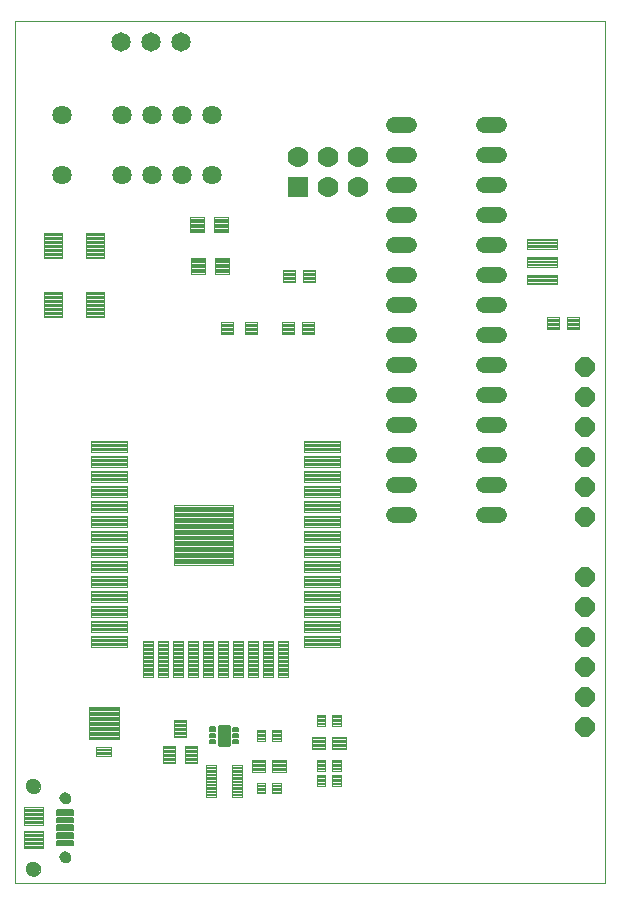
<source format=gts>
G75*
%MOIN*%
%OFA0B0*%
%FSLAX25Y25*%
%IPPOS*%
%LPD*%
%AMOC8*
5,1,8,0,0,1.08239X$1,22.5*
%
%ADD10C,0.00000*%
%ADD11C,0.03846*%
%ADD12C,0.05028*%
%ADD13C,0.00519*%
%ADD14C,0.00448*%
%ADD15C,0.00545*%
%ADD16C,0.00609*%
%ADD17C,0.00039*%
%ADD18C,0.00488*%
%ADD19C,0.00444*%
%ADD20C,0.00474*%
%ADD21OC8,0.06500*%
%ADD22C,0.00420*%
%ADD23C,0.00455*%
%ADD24C,0.06500*%
%ADD25C,0.05300*%
%ADD26C,0.00445*%
%ADD27C,0.00404*%
%ADD28R,0.06996X0.06996*%
%ADD29C,0.06996*%
%ADD30C,0.06406*%
%ADD31C,0.00418*%
D10*
X0001300Y0001300D02*
X0001300Y0288702D01*
X0198150Y0288702D01*
X0198150Y0001300D01*
X0001300Y0001300D01*
X0005228Y0006117D02*
X0005230Y0006212D01*
X0005236Y0006306D01*
X0005246Y0006401D01*
X0005260Y0006495D01*
X0005277Y0006588D01*
X0005299Y0006680D01*
X0005325Y0006771D01*
X0005354Y0006862D01*
X0005387Y0006950D01*
X0005424Y0007038D01*
X0005464Y0007124D01*
X0005508Y0007208D01*
X0005555Y0007290D01*
X0005606Y0007370D01*
X0005660Y0007448D01*
X0005718Y0007523D01*
X0005778Y0007596D01*
X0005842Y0007667D01*
X0005908Y0007735D01*
X0005977Y0007799D01*
X0006049Y0007861D01*
X0006123Y0007920D01*
X0006200Y0007976D01*
X0006279Y0008029D01*
X0006360Y0008078D01*
X0006443Y0008123D01*
X0006528Y0008166D01*
X0006615Y0008204D01*
X0006703Y0008239D01*
X0006792Y0008270D01*
X0006883Y0008298D01*
X0006975Y0008321D01*
X0007068Y0008341D01*
X0007161Y0008357D01*
X0007255Y0008369D01*
X0007350Y0008377D01*
X0007445Y0008381D01*
X0007539Y0008381D01*
X0007634Y0008377D01*
X0007729Y0008369D01*
X0007823Y0008357D01*
X0007916Y0008341D01*
X0008009Y0008321D01*
X0008101Y0008298D01*
X0008192Y0008270D01*
X0008281Y0008239D01*
X0008369Y0008204D01*
X0008456Y0008166D01*
X0008541Y0008123D01*
X0008624Y0008078D01*
X0008705Y0008029D01*
X0008784Y0007976D01*
X0008861Y0007920D01*
X0008935Y0007861D01*
X0009007Y0007799D01*
X0009076Y0007735D01*
X0009142Y0007667D01*
X0009206Y0007596D01*
X0009266Y0007523D01*
X0009324Y0007448D01*
X0009378Y0007370D01*
X0009429Y0007290D01*
X0009476Y0007208D01*
X0009520Y0007124D01*
X0009560Y0007038D01*
X0009597Y0006950D01*
X0009630Y0006862D01*
X0009659Y0006771D01*
X0009685Y0006680D01*
X0009707Y0006588D01*
X0009724Y0006495D01*
X0009738Y0006401D01*
X0009748Y0006306D01*
X0009754Y0006212D01*
X0009756Y0006117D01*
X0009754Y0006022D01*
X0009748Y0005928D01*
X0009738Y0005833D01*
X0009724Y0005739D01*
X0009707Y0005646D01*
X0009685Y0005554D01*
X0009659Y0005463D01*
X0009630Y0005372D01*
X0009597Y0005284D01*
X0009560Y0005196D01*
X0009520Y0005110D01*
X0009476Y0005026D01*
X0009429Y0004944D01*
X0009378Y0004864D01*
X0009324Y0004786D01*
X0009266Y0004711D01*
X0009206Y0004638D01*
X0009142Y0004567D01*
X0009076Y0004499D01*
X0009007Y0004435D01*
X0008935Y0004373D01*
X0008861Y0004314D01*
X0008784Y0004258D01*
X0008705Y0004205D01*
X0008624Y0004156D01*
X0008541Y0004111D01*
X0008456Y0004068D01*
X0008369Y0004030D01*
X0008281Y0003995D01*
X0008192Y0003964D01*
X0008101Y0003936D01*
X0008009Y0003913D01*
X0007916Y0003893D01*
X0007823Y0003877D01*
X0007729Y0003865D01*
X0007634Y0003857D01*
X0007539Y0003853D01*
X0007445Y0003853D01*
X0007350Y0003857D01*
X0007255Y0003865D01*
X0007161Y0003877D01*
X0007068Y0003893D01*
X0006975Y0003913D01*
X0006883Y0003936D01*
X0006792Y0003964D01*
X0006703Y0003995D01*
X0006615Y0004030D01*
X0006528Y0004068D01*
X0006443Y0004111D01*
X0006360Y0004156D01*
X0006279Y0004205D01*
X0006200Y0004258D01*
X0006123Y0004314D01*
X0006049Y0004373D01*
X0005977Y0004435D01*
X0005908Y0004499D01*
X0005842Y0004567D01*
X0005778Y0004638D01*
X0005718Y0004711D01*
X0005660Y0004786D01*
X0005606Y0004864D01*
X0005555Y0004944D01*
X0005508Y0005026D01*
X0005464Y0005110D01*
X0005424Y0005196D01*
X0005387Y0005284D01*
X0005354Y0005372D01*
X0005325Y0005463D01*
X0005299Y0005554D01*
X0005277Y0005646D01*
X0005260Y0005739D01*
X0005246Y0005833D01*
X0005236Y0005928D01*
X0005230Y0006022D01*
X0005228Y0006117D01*
X0016449Y0010054D02*
X0016451Y0010135D01*
X0016457Y0010217D01*
X0016467Y0010298D01*
X0016481Y0010378D01*
X0016498Y0010457D01*
X0016520Y0010536D01*
X0016545Y0010613D01*
X0016574Y0010690D01*
X0016607Y0010764D01*
X0016644Y0010837D01*
X0016683Y0010908D01*
X0016727Y0010977D01*
X0016773Y0011044D01*
X0016823Y0011108D01*
X0016876Y0011170D01*
X0016932Y0011230D01*
X0016990Y0011286D01*
X0017052Y0011340D01*
X0017116Y0011391D01*
X0017182Y0011438D01*
X0017250Y0011482D01*
X0017321Y0011523D01*
X0017393Y0011560D01*
X0017468Y0011594D01*
X0017543Y0011624D01*
X0017621Y0011650D01*
X0017699Y0011673D01*
X0017778Y0011691D01*
X0017858Y0011706D01*
X0017939Y0011717D01*
X0018020Y0011724D01*
X0018102Y0011727D01*
X0018183Y0011726D01*
X0018264Y0011721D01*
X0018345Y0011712D01*
X0018426Y0011699D01*
X0018506Y0011682D01*
X0018584Y0011662D01*
X0018662Y0011637D01*
X0018739Y0011609D01*
X0018814Y0011577D01*
X0018887Y0011542D01*
X0018958Y0011503D01*
X0019028Y0011460D01*
X0019095Y0011415D01*
X0019161Y0011366D01*
X0019223Y0011314D01*
X0019283Y0011258D01*
X0019340Y0011200D01*
X0019395Y0011140D01*
X0019446Y0011076D01*
X0019494Y0011011D01*
X0019539Y0010943D01*
X0019581Y0010873D01*
X0019619Y0010801D01*
X0019654Y0010727D01*
X0019685Y0010652D01*
X0019712Y0010575D01*
X0019735Y0010497D01*
X0019755Y0010418D01*
X0019771Y0010338D01*
X0019783Y0010257D01*
X0019791Y0010176D01*
X0019795Y0010095D01*
X0019795Y0010013D01*
X0019791Y0009932D01*
X0019783Y0009851D01*
X0019771Y0009770D01*
X0019755Y0009690D01*
X0019735Y0009611D01*
X0019712Y0009533D01*
X0019685Y0009456D01*
X0019654Y0009381D01*
X0019619Y0009307D01*
X0019581Y0009235D01*
X0019539Y0009165D01*
X0019494Y0009097D01*
X0019446Y0009032D01*
X0019395Y0008968D01*
X0019340Y0008908D01*
X0019283Y0008850D01*
X0019223Y0008794D01*
X0019161Y0008742D01*
X0019095Y0008693D01*
X0019028Y0008648D01*
X0018959Y0008605D01*
X0018887Y0008566D01*
X0018814Y0008531D01*
X0018739Y0008499D01*
X0018662Y0008471D01*
X0018584Y0008446D01*
X0018506Y0008426D01*
X0018426Y0008409D01*
X0018345Y0008396D01*
X0018264Y0008387D01*
X0018183Y0008382D01*
X0018102Y0008381D01*
X0018020Y0008384D01*
X0017939Y0008391D01*
X0017858Y0008402D01*
X0017778Y0008417D01*
X0017699Y0008435D01*
X0017621Y0008458D01*
X0017543Y0008484D01*
X0017468Y0008514D01*
X0017393Y0008548D01*
X0017321Y0008585D01*
X0017250Y0008626D01*
X0017182Y0008670D01*
X0017116Y0008717D01*
X0017052Y0008768D01*
X0016990Y0008822D01*
X0016932Y0008878D01*
X0016876Y0008938D01*
X0016823Y0009000D01*
X0016773Y0009064D01*
X0016727Y0009131D01*
X0016683Y0009200D01*
X0016644Y0009271D01*
X0016607Y0009344D01*
X0016574Y0009418D01*
X0016545Y0009495D01*
X0016520Y0009572D01*
X0016498Y0009651D01*
X0016481Y0009730D01*
X0016467Y0009810D01*
X0016457Y0009891D01*
X0016451Y0009973D01*
X0016449Y0010054D01*
X0016449Y0029739D02*
X0016451Y0029820D01*
X0016457Y0029902D01*
X0016467Y0029983D01*
X0016481Y0030063D01*
X0016498Y0030142D01*
X0016520Y0030221D01*
X0016545Y0030298D01*
X0016574Y0030375D01*
X0016607Y0030449D01*
X0016644Y0030522D01*
X0016683Y0030593D01*
X0016727Y0030662D01*
X0016773Y0030729D01*
X0016823Y0030793D01*
X0016876Y0030855D01*
X0016932Y0030915D01*
X0016990Y0030971D01*
X0017052Y0031025D01*
X0017116Y0031076D01*
X0017182Y0031123D01*
X0017250Y0031167D01*
X0017321Y0031208D01*
X0017393Y0031245D01*
X0017468Y0031279D01*
X0017543Y0031309D01*
X0017621Y0031335D01*
X0017699Y0031358D01*
X0017778Y0031376D01*
X0017858Y0031391D01*
X0017939Y0031402D01*
X0018020Y0031409D01*
X0018102Y0031412D01*
X0018183Y0031411D01*
X0018264Y0031406D01*
X0018345Y0031397D01*
X0018426Y0031384D01*
X0018506Y0031367D01*
X0018584Y0031347D01*
X0018662Y0031322D01*
X0018739Y0031294D01*
X0018814Y0031262D01*
X0018887Y0031227D01*
X0018958Y0031188D01*
X0019028Y0031145D01*
X0019095Y0031100D01*
X0019161Y0031051D01*
X0019223Y0030999D01*
X0019283Y0030943D01*
X0019340Y0030885D01*
X0019395Y0030825D01*
X0019446Y0030761D01*
X0019494Y0030696D01*
X0019539Y0030628D01*
X0019581Y0030558D01*
X0019619Y0030486D01*
X0019654Y0030412D01*
X0019685Y0030337D01*
X0019712Y0030260D01*
X0019735Y0030182D01*
X0019755Y0030103D01*
X0019771Y0030023D01*
X0019783Y0029942D01*
X0019791Y0029861D01*
X0019795Y0029780D01*
X0019795Y0029698D01*
X0019791Y0029617D01*
X0019783Y0029536D01*
X0019771Y0029455D01*
X0019755Y0029375D01*
X0019735Y0029296D01*
X0019712Y0029218D01*
X0019685Y0029141D01*
X0019654Y0029066D01*
X0019619Y0028992D01*
X0019581Y0028920D01*
X0019539Y0028850D01*
X0019494Y0028782D01*
X0019446Y0028717D01*
X0019395Y0028653D01*
X0019340Y0028593D01*
X0019283Y0028535D01*
X0019223Y0028479D01*
X0019161Y0028427D01*
X0019095Y0028378D01*
X0019028Y0028333D01*
X0018959Y0028290D01*
X0018887Y0028251D01*
X0018814Y0028216D01*
X0018739Y0028184D01*
X0018662Y0028156D01*
X0018584Y0028131D01*
X0018506Y0028111D01*
X0018426Y0028094D01*
X0018345Y0028081D01*
X0018264Y0028072D01*
X0018183Y0028067D01*
X0018102Y0028066D01*
X0018020Y0028069D01*
X0017939Y0028076D01*
X0017858Y0028087D01*
X0017778Y0028102D01*
X0017699Y0028120D01*
X0017621Y0028143D01*
X0017543Y0028169D01*
X0017468Y0028199D01*
X0017393Y0028233D01*
X0017321Y0028270D01*
X0017250Y0028311D01*
X0017182Y0028355D01*
X0017116Y0028402D01*
X0017052Y0028453D01*
X0016990Y0028507D01*
X0016932Y0028563D01*
X0016876Y0028623D01*
X0016823Y0028685D01*
X0016773Y0028749D01*
X0016727Y0028816D01*
X0016683Y0028885D01*
X0016644Y0028956D01*
X0016607Y0029029D01*
X0016574Y0029103D01*
X0016545Y0029180D01*
X0016520Y0029257D01*
X0016498Y0029336D01*
X0016481Y0029415D01*
X0016467Y0029495D01*
X0016457Y0029576D01*
X0016451Y0029658D01*
X0016449Y0029739D01*
X0005228Y0033676D02*
X0005230Y0033771D01*
X0005236Y0033865D01*
X0005246Y0033960D01*
X0005260Y0034054D01*
X0005277Y0034147D01*
X0005299Y0034239D01*
X0005325Y0034330D01*
X0005354Y0034421D01*
X0005387Y0034509D01*
X0005424Y0034597D01*
X0005464Y0034683D01*
X0005508Y0034767D01*
X0005555Y0034849D01*
X0005606Y0034929D01*
X0005660Y0035007D01*
X0005718Y0035082D01*
X0005778Y0035155D01*
X0005842Y0035226D01*
X0005908Y0035294D01*
X0005977Y0035358D01*
X0006049Y0035420D01*
X0006123Y0035479D01*
X0006200Y0035535D01*
X0006279Y0035588D01*
X0006360Y0035637D01*
X0006443Y0035682D01*
X0006528Y0035725D01*
X0006615Y0035763D01*
X0006703Y0035798D01*
X0006792Y0035829D01*
X0006883Y0035857D01*
X0006975Y0035880D01*
X0007068Y0035900D01*
X0007161Y0035916D01*
X0007255Y0035928D01*
X0007350Y0035936D01*
X0007445Y0035940D01*
X0007539Y0035940D01*
X0007634Y0035936D01*
X0007729Y0035928D01*
X0007823Y0035916D01*
X0007916Y0035900D01*
X0008009Y0035880D01*
X0008101Y0035857D01*
X0008192Y0035829D01*
X0008281Y0035798D01*
X0008369Y0035763D01*
X0008456Y0035725D01*
X0008541Y0035682D01*
X0008624Y0035637D01*
X0008705Y0035588D01*
X0008784Y0035535D01*
X0008861Y0035479D01*
X0008935Y0035420D01*
X0009007Y0035358D01*
X0009076Y0035294D01*
X0009142Y0035226D01*
X0009206Y0035155D01*
X0009266Y0035082D01*
X0009324Y0035007D01*
X0009378Y0034929D01*
X0009429Y0034849D01*
X0009476Y0034767D01*
X0009520Y0034683D01*
X0009560Y0034597D01*
X0009597Y0034509D01*
X0009630Y0034421D01*
X0009659Y0034330D01*
X0009685Y0034239D01*
X0009707Y0034147D01*
X0009724Y0034054D01*
X0009738Y0033960D01*
X0009748Y0033865D01*
X0009754Y0033771D01*
X0009756Y0033676D01*
X0009754Y0033581D01*
X0009748Y0033487D01*
X0009738Y0033392D01*
X0009724Y0033298D01*
X0009707Y0033205D01*
X0009685Y0033113D01*
X0009659Y0033022D01*
X0009630Y0032931D01*
X0009597Y0032843D01*
X0009560Y0032755D01*
X0009520Y0032669D01*
X0009476Y0032585D01*
X0009429Y0032503D01*
X0009378Y0032423D01*
X0009324Y0032345D01*
X0009266Y0032270D01*
X0009206Y0032197D01*
X0009142Y0032126D01*
X0009076Y0032058D01*
X0009007Y0031994D01*
X0008935Y0031932D01*
X0008861Y0031873D01*
X0008784Y0031817D01*
X0008705Y0031764D01*
X0008624Y0031715D01*
X0008541Y0031670D01*
X0008456Y0031627D01*
X0008369Y0031589D01*
X0008281Y0031554D01*
X0008192Y0031523D01*
X0008101Y0031495D01*
X0008009Y0031472D01*
X0007916Y0031452D01*
X0007823Y0031436D01*
X0007729Y0031424D01*
X0007634Y0031416D01*
X0007539Y0031412D01*
X0007445Y0031412D01*
X0007350Y0031416D01*
X0007255Y0031424D01*
X0007161Y0031436D01*
X0007068Y0031452D01*
X0006975Y0031472D01*
X0006883Y0031495D01*
X0006792Y0031523D01*
X0006703Y0031554D01*
X0006615Y0031589D01*
X0006528Y0031627D01*
X0006443Y0031670D01*
X0006360Y0031715D01*
X0006279Y0031764D01*
X0006200Y0031817D01*
X0006123Y0031873D01*
X0006049Y0031932D01*
X0005977Y0031994D01*
X0005908Y0032058D01*
X0005842Y0032126D01*
X0005778Y0032197D01*
X0005718Y0032270D01*
X0005660Y0032345D01*
X0005606Y0032423D01*
X0005555Y0032503D01*
X0005508Y0032585D01*
X0005464Y0032669D01*
X0005424Y0032755D01*
X0005387Y0032843D01*
X0005354Y0032931D01*
X0005325Y0033022D01*
X0005299Y0033113D01*
X0005277Y0033205D01*
X0005260Y0033298D01*
X0005246Y0033392D01*
X0005236Y0033487D01*
X0005230Y0033581D01*
X0005228Y0033676D01*
D11*
X0018122Y0029739D03*
X0018122Y0010054D03*
D12*
X0007492Y0006117D03*
X0007492Y0033676D03*
D13*
X0015474Y0025793D02*
X0015474Y0024237D01*
X0015474Y0025793D02*
X0020770Y0025793D01*
X0020770Y0024237D01*
X0015474Y0024237D01*
X0015474Y0024755D02*
X0020770Y0024755D01*
X0020770Y0025273D02*
X0015474Y0025273D01*
X0015474Y0025791D02*
X0020770Y0025791D01*
X0015474Y0023234D02*
X0015474Y0021678D01*
X0015474Y0023234D02*
X0020770Y0023234D01*
X0020770Y0021678D01*
X0015474Y0021678D01*
X0015474Y0022196D02*
X0020770Y0022196D01*
X0020770Y0022714D02*
X0015474Y0022714D01*
X0015474Y0023232D02*
X0020770Y0023232D01*
X0015474Y0020675D02*
X0015474Y0019119D01*
X0015474Y0020675D02*
X0020770Y0020675D01*
X0020770Y0019119D01*
X0015474Y0019119D01*
X0015474Y0019637D02*
X0020770Y0019637D01*
X0020770Y0020155D02*
X0015474Y0020155D01*
X0015474Y0020673D02*
X0020770Y0020673D01*
X0015474Y0018116D02*
X0015474Y0016560D01*
X0015474Y0018116D02*
X0020770Y0018116D01*
X0020770Y0016560D01*
X0015474Y0016560D01*
X0015474Y0017078D02*
X0020770Y0017078D01*
X0020770Y0017596D02*
X0015474Y0017596D01*
X0015474Y0018114D02*
X0020770Y0018114D01*
X0015474Y0015557D02*
X0015474Y0014001D01*
X0015474Y0015557D02*
X0020770Y0015557D01*
X0020770Y0014001D01*
X0015474Y0014001D01*
X0015474Y0014519D02*
X0020770Y0014519D01*
X0020770Y0015037D02*
X0015474Y0015037D01*
X0015474Y0015555D02*
X0020770Y0015555D01*
D14*
X0004415Y0012981D02*
X0004415Y0018939D01*
X0010569Y0018939D01*
X0010569Y0012981D01*
X0004415Y0012981D01*
X0004415Y0013428D02*
X0010569Y0013428D01*
X0010569Y0013875D02*
X0004415Y0013875D01*
X0004415Y0014322D02*
X0010569Y0014322D01*
X0010569Y0014769D02*
X0004415Y0014769D01*
X0004415Y0015216D02*
X0010569Y0015216D01*
X0010569Y0015663D02*
X0004415Y0015663D01*
X0004415Y0016110D02*
X0010569Y0016110D01*
X0010569Y0016557D02*
X0004415Y0016557D01*
X0004415Y0017004D02*
X0010569Y0017004D01*
X0010569Y0017451D02*
X0004415Y0017451D01*
X0004415Y0017898D02*
X0010569Y0017898D01*
X0010569Y0018345D02*
X0004415Y0018345D01*
X0004415Y0018792D02*
X0010569Y0018792D01*
X0004415Y0020855D02*
X0004415Y0026813D01*
X0010569Y0026813D01*
X0010569Y0020855D01*
X0004415Y0020855D01*
X0004415Y0021302D02*
X0010569Y0021302D01*
X0010569Y0021749D02*
X0004415Y0021749D01*
X0004415Y0022196D02*
X0010569Y0022196D01*
X0010569Y0022643D02*
X0004415Y0022643D01*
X0004415Y0023090D02*
X0010569Y0023090D01*
X0010569Y0023537D02*
X0004415Y0023537D01*
X0004415Y0023984D02*
X0010569Y0023984D01*
X0010569Y0024431D02*
X0004415Y0024431D01*
X0004415Y0024878D02*
X0010569Y0024878D01*
X0010569Y0025325D02*
X0004415Y0025325D01*
X0004415Y0025772D02*
X0010569Y0025772D01*
X0010569Y0026219D02*
X0004415Y0026219D01*
X0004415Y0026666D02*
X0010569Y0026666D01*
X0010919Y0198373D02*
X0016877Y0198373D01*
X0016877Y0190053D01*
X0010919Y0190053D01*
X0010919Y0198373D01*
X0010919Y0190500D02*
X0016877Y0190500D01*
X0016877Y0190947D02*
X0010919Y0190947D01*
X0010919Y0191394D02*
X0016877Y0191394D01*
X0016877Y0191841D02*
X0010919Y0191841D01*
X0010919Y0192288D02*
X0016877Y0192288D01*
X0016877Y0192735D02*
X0010919Y0192735D01*
X0010919Y0193182D02*
X0016877Y0193182D01*
X0016877Y0193629D02*
X0010919Y0193629D01*
X0010919Y0194076D02*
X0016877Y0194076D01*
X0016877Y0194523D02*
X0010919Y0194523D01*
X0010919Y0194970D02*
X0016877Y0194970D01*
X0016877Y0195417D02*
X0010919Y0195417D01*
X0010919Y0195864D02*
X0016877Y0195864D01*
X0016877Y0196311D02*
X0010919Y0196311D01*
X0010919Y0196758D02*
X0016877Y0196758D01*
X0016877Y0197205D02*
X0010919Y0197205D01*
X0010919Y0197652D02*
X0016877Y0197652D01*
X0016877Y0198099D02*
X0010919Y0198099D01*
X0010919Y0218058D02*
X0016877Y0218058D01*
X0016877Y0209738D01*
X0010919Y0209738D01*
X0010919Y0218058D01*
X0010919Y0210185D02*
X0016877Y0210185D01*
X0016877Y0210632D02*
X0010919Y0210632D01*
X0010919Y0211079D02*
X0016877Y0211079D01*
X0016877Y0211526D02*
X0010919Y0211526D01*
X0010919Y0211973D02*
X0016877Y0211973D01*
X0016877Y0212420D02*
X0010919Y0212420D01*
X0010919Y0212867D02*
X0016877Y0212867D01*
X0016877Y0213314D02*
X0010919Y0213314D01*
X0010919Y0213761D02*
X0016877Y0213761D01*
X0016877Y0214208D02*
X0010919Y0214208D01*
X0010919Y0214655D02*
X0016877Y0214655D01*
X0016877Y0215102D02*
X0010919Y0215102D01*
X0010919Y0215549D02*
X0016877Y0215549D01*
X0016877Y0215996D02*
X0010919Y0215996D01*
X0010919Y0216443D02*
X0016877Y0216443D01*
X0016877Y0216890D02*
X0010919Y0216890D01*
X0010919Y0217337D02*
X0016877Y0217337D01*
X0016877Y0217784D02*
X0010919Y0217784D01*
X0025093Y0218058D02*
X0031051Y0218058D01*
X0031051Y0209738D01*
X0025093Y0209738D01*
X0025093Y0218058D01*
X0025093Y0210185D02*
X0031051Y0210185D01*
X0031051Y0210632D02*
X0025093Y0210632D01*
X0025093Y0211079D02*
X0031051Y0211079D01*
X0031051Y0211526D02*
X0025093Y0211526D01*
X0025093Y0211973D02*
X0031051Y0211973D01*
X0031051Y0212420D02*
X0025093Y0212420D01*
X0025093Y0212867D02*
X0031051Y0212867D01*
X0031051Y0213314D02*
X0025093Y0213314D01*
X0025093Y0213761D02*
X0031051Y0213761D01*
X0031051Y0214208D02*
X0025093Y0214208D01*
X0025093Y0214655D02*
X0031051Y0214655D01*
X0031051Y0215102D02*
X0025093Y0215102D01*
X0025093Y0215549D02*
X0031051Y0215549D01*
X0031051Y0215996D02*
X0025093Y0215996D01*
X0025093Y0216443D02*
X0031051Y0216443D01*
X0031051Y0216890D02*
X0025093Y0216890D01*
X0025093Y0217337D02*
X0031051Y0217337D01*
X0031051Y0217784D02*
X0025093Y0217784D01*
X0025093Y0198373D02*
X0031051Y0198373D01*
X0031051Y0190053D01*
X0025093Y0190053D01*
X0025093Y0198373D01*
X0025093Y0190500D02*
X0031051Y0190500D01*
X0031051Y0190947D02*
X0025093Y0190947D01*
X0025093Y0191394D02*
X0031051Y0191394D01*
X0031051Y0191841D02*
X0025093Y0191841D01*
X0025093Y0192288D02*
X0031051Y0192288D01*
X0031051Y0192735D02*
X0025093Y0192735D01*
X0025093Y0193182D02*
X0031051Y0193182D01*
X0031051Y0193629D02*
X0025093Y0193629D01*
X0025093Y0194076D02*
X0031051Y0194076D01*
X0031051Y0194523D02*
X0025093Y0194523D01*
X0025093Y0194970D02*
X0031051Y0194970D01*
X0031051Y0195417D02*
X0025093Y0195417D01*
X0025093Y0195864D02*
X0031051Y0195864D01*
X0031051Y0196311D02*
X0025093Y0196311D01*
X0025093Y0196758D02*
X0031051Y0196758D01*
X0031051Y0197205D02*
X0025093Y0197205D01*
X0025093Y0197652D02*
X0031051Y0197652D01*
X0031051Y0198099D02*
X0025093Y0198099D01*
D15*
X0068047Y0053436D02*
X0068047Y0052102D01*
X0066319Y0052102D01*
X0066319Y0053436D01*
X0068047Y0053436D01*
X0068047Y0052646D02*
X0066319Y0052646D01*
X0066319Y0053190D02*
X0068047Y0053190D01*
D16*
X0068015Y0051042D02*
X0068015Y0050166D01*
X0066351Y0050166D01*
X0066351Y0051042D01*
X0068015Y0051042D01*
X0068015Y0050774D02*
X0066351Y0050774D01*
X0068015Y0049073D02*
X0068015Y0048197D01*
X0066351Y0048197D01*
X0066351Y0049073D01*
X0068015Y0049073D01*
X0068015Y0048805D02*
X0066351Y0048805D01*
X0075693Y0049073D02*
X0075693Y0048197D01*
X0074029Y0048197D01*
X0074029Y0049073D01*
X0075693Y0049073D01*
X0075693Y0048805D02*
X0074029Y0048805D01*
X0075693Y0050166D02*
X0075693Y0051042D01*
X0075693Y0050166D02*
X0074029Y0050166D01*
X0074029Y0051042D01*
X0075693Y0051042D01*
X0075693Y0050774D02*
X0074029Y0050774D01*
X0075693Y0052134D02*
X0075693Y0053010D01*
X0075693Y0052134D02*
X0074029Y0052134D01*
X0074029Y0053010D01*
X0075693Y0053010D01*
X0075693Y0052742D02*
X0074029Y0052742D01*
D17*
X0072991Y0052739D02*
X0069054Y0052739D01*
X0069054Y0052777D02*
X0072991Y0052777D01*
X0072991Y0052815D02*
X0069054Y0052815D01*
X0069054Y0052853D02*
X0072991Y0052853D01*
X0072991Y0052890D02*
X0069054Y0052890D01*
X0069054Y0052928D02*
X0072991Y0052928D01*
X0072991Y0052966D02*
X0069054Y0052966D01*
X0069054Y0053004D02*
X0072991Y0053004D01*
X0072991Y0053042D02*
X0069054Y0053042D01*
X0069054Y0053080D02*
X0072991Y0053080D01*
X0072991Y0053118D02*
X0069054Y0053118D01*
X0069054Y0053156D02*
X0072991Y0053156D01*
X0072991Y0053194D02*
X0069054Y0053194D01*
X0069054Y0053231D02*
X0072991Y0053231D01*
X0072991Y0053269D02*
X0069054Y0053269D01*
X0069054Y0053307D02*
X0072991Y0053307D01*
X0072991Y0053345D02*
X0069054Y0053345D01*
X0069054Y0053383D02*
X0072991Y0053383D01*
X0072991Y0053421D02*
X0069054Y0053421D01*
X0069054Y0053459D02*
X0072991Y0053459D01*
X0072991Y0053497D02*
X0069054Y0053497D01*
X0069054Y0053534D02*
X0072991Y0053534D01*
X0072991Y0053572D02*
X0069054Y0053572D01*
X0069054Y0053610D02*
X0072991Y0053610D01*
X0072991Y0053648D02*
X0069054Y0053648D01*
X0069054Y0053686D02*
X0072991Y0053686D01*
X0072991Y0053724D02*
X0069054Y0053724D01*
X0069054Y0053754D02*
X0069054Y0047454D01*
X0069250Y0047454D01*
X0069250Y0047061D01*
X0072794Y0047061D01*
X0072794Y0047454D01*
X0072991Y0047454D01*
X0072991Y0053754D01*
X0072794Y0053754D01*
X0072794Y0054147D01*
X0069250Y0054147D01*
X0069250Y0053754D01*
X0069054Y0053754D01*
X0069250Y0053762D02*
X0072794Y0053762D01*
X0072794Y0053800D02*
X0069250Y0053800D01*
X0069250Y0053837D02*
X0072794Y0053837D01*
X0072794Y0053875D02*
X0069250Y0053875D01*
X0069250Y0053913D02*
X0072794Y0053913D01*
X0072794Y0053951D02*
X0069250Y0053951D01*
X0069250Y0053989D02*
X0072794Y0053989D01*
X0072794Y0054027D02*
X0069250Y0054027D01*
X0069250Y0054065D02*
X0072794Y0054065D01*
X0072794Y0054103D02*
X0069250Y0054103D01*
X0069250Y0054141D02*
X0072794Y0054141D01*
X0072991Y0052701D02*
X0069054Y0052701D01*
X0069054Y0052663D02*
X0072991Y0052663D01*
X0072991Y0052625D02*
X0069054Y0052625D01*
X0069054Y0052587D02*
X0072991Y0052587D01*
X0072991Y0052550D02*
X0069054Y0052550D01*
X0069054Y0052512D02*
X0072991Y0052512D01*
X0072991Y0052474D02*
X0069054Y0052474D01*
X0069054Y0052436D02*
X0072991Y0052436D01*
X0072991Y0052398D02*
X0069054Y0052398D01*
X0069054Y0052360D02*
X0072991Y0052360D01*
X0072991Y0052322D02*
X0069054Y0052322D01*
X0069054Y0052284D02*
X0072991Y0052284D01*
X0072991Y0052246D02*
X0069054Y0052246D01*
X0069054Y0052209D02*
X0072991Y0052209D01*
X0072991Y0052171D02*
X0069054Y0052171D01*
X0069054Y0052133D02*
X0072991Y0052133D01*
X0072991Y0052095D02*
X0069054Y0052095D01*
X0069054Y0052057D02*
X0072991Y0052057D01*
X0072991Y0052019D02*
X0069054Y0052019D01*
X0069054Y0051981D02*
X0072991Y0051981D01*
X0072991Y0051943D02*
X0069054Y0051943D01*
X0069054Y0051906D02*
X0072991Y0051906D01*
X0072991Y0051868D02*
X0069054Y0051868D01*
X0069054Y0051830D02*
X0072991Y0051830D01*
X0072991Y0051792D02*
X0069054Y0051792D01*
X0069054Y0051754D02*
X0072991Y0051754D01*
X0072991Y0051716D02*
X0069054Y0051716D01*
X0069054Y0051678D02*
X0072991Y0051678D01*
X0072991Y0051640D02*
X0069054Y0051640D01*
X0069054Y0051602D02*
X0072991Y0051602D01*
X0072991Y0051565D02*
X0069054Y0051565D01*
X0069054Y0051527D02*
X0072991Y0051527D01*
X0072991Y0051489D02*
X0069054Y0051489D01*
X0069054Y0051451D02*
X0072991Y0051451D01*
X0072991Y0051413D02*
X0069054Y0051413D01*
X0069054Y0051375D02*
X0072991Y0051375D01*
X0072991Y0051337D02*
X0069054Y0051337D01*
X0069054Y0051299D02*
X0072991Y0051299D01*
X0072991Y0051262D02*
X0069054Y0051262D01*
X0069054Y0051224D02*
X0072991Y0051224D01*
X0072991Y0051186D02*
X0069054Y0051186D01*
X0069054Y0051148D02*
X0072991Y0051148D01*
X0072991Y0051110D02*
X0069054Y0051110D01*
X0069054Y0051072D02*
X0072991Y0051072D01*
X0072991Y0051034D02*
X0069054Y0051034D01*
X0069054Y0050996D02*
X0072991Y0050996D01*
X0072991Y0050959D02*
X0069054Y0050959D01*
X0069054Y0050921D02*
X0072991Y0050921D01*
X0072991Y0050883D02*
X0069054Y0050883D01*
X0069054Y0050845D02*
X0072991Y0050845D01*
X0072991Y0050807D02*
X0069054Y0050807D01*
X0069054Y0050769D02*
X0072991Y0050769D01*
X0072991Y0050731D02*
X0069054Y0050731D01*
X0069054Y0050693D02*
X0072991Y0050693D01*
X0072991Y0050655D02*
X0069054Y0050655D01*
X0069054Y0050618D02*
X0072991Y0050618D01*
X0072991Y0050580D02*
X0069054Y0050580D01*
X0069054Y0050542D02*
X0072991Y0050542D01*
X0072991Y0050504D02*
X0069054Y0050504D01*
X0069054Y0050466D02*
X0072991Y0050466D01*
X0072991Y0050428D02*
X0069054Y0050428D01*
X0069054Y0050390D02*
X0072991Y0050390D01*
X0072991Y0050352D02*
X0069054Y0050352D01*
X0069054Y0050315D02*
X0072991Y0050315D01*
X0072991Y0050277D02*
X0069054Y0050277D01*
X0069054Y0050239D02*
X0072991Y0050239D01*
X0072991Y0050201D02*
X0069054Y0050201D01*
X0069054Y0050163D02*
X0072991Y0050163D01*
X0072991Y0050125D02*
X0069054Y0050125D01*
X0069054Y0050087D02*
X0072991Y0050087D01*
X0072991Y0050049D02*
X0069054Y0050049D01*
X0069054Y0050011D02*
X0072991Y0050011D01*
X0072991Y0049974D02*
X0069054Y0049974D01*
X0069054Y0049936D02*
X0072991Y0049936D01*
X0072991Y0049898D02*
X0069054Y0049898D01*
X0069054Y0049860D02*
X0072991Y0049860D01*
X0072991Y0049822D02*
X0069054Y0049822D01*
X0069054Y0049784D02*
X0072991Y0049784D01*
X0072991Y0049746D02*
X0069054Y0049746D01*
X0069054Y0049708D02*
X0072991Y0049708D01*
X0072991Y0049671D02*
X0069054Y0049671D01*
X0069054Y0049633D02*
X0072991Y0049633D01*
X0072991Y0049595D02*
X0069054Y0049595D01*
X0069054Y0049557D02*
X0072991Y0049557D01*
X0072991Y0049519D02*
X0069054Y0049519D01*
X0069054Y0049481D02*
X0072991Y0049481D01*
X0072991Y0049443D02*
X0069054Y0049443D01*
X0069054Y0049405D02*
X0072991Y0049405D01*
X0072991Y0049367D02*
X0069054Y0049367D01*
X0069054Y0049330D02*
X0072991Y0049330D01*
X0072991Y0049292D02*
X0069054Y0049292D01*
X0069054Y0049254D02*
X0072991Y0049254D01*
X0072991Y0049216D02*
X0069054Y0049216D01*
X0069054Y0049178D02*
X0072991Y0049178D01*
X0072991Y0049140D02*
X0069054Y0049140D01*
X0069054Y0049102D02*
X0072991Y0049102D01*
X0072991Y0049064D02*
X0069054Y0049064D01*
X0069054Y0049027D02*
X0072991Y0049027D01*
X0072991Y0048989D02*
X0069054Y0048989D01*
X0069054Y0048951D02*
X0072991Y0048951D01*
X0072991Y0048913D02*
X0069054Y0048913D01*
X0069054Y0048875D02*
X0072991Y0048875D01*
X0072991Y0048837D02*
X0069054Y0048837D01*
X0069054Y0048799D02*
X0072991Y0048799D01*
X0072991Y0048761D02*
X0069054Y0048761D01*
X0069054Y0048723D02*
X0072991Y0048723D01*
X0072991Y0048686D02*
X0069054Y0048686D01*
X0069054Y0048648D02*
X0072991Y0048648D01*
X0072991Y0048610D02*
X0069054Y0048610D01*
X0069054Y0048572D02*
X0072991Y0048572D01*
X0072991Y0048534D02*
X0069054Y0048534D01*
X0069054Y0048496D02*
X0072991Y0048496D01*
X0072991Y0048458D02*
X0069054Y0048458D01*
X0069054Y0048420D02*
X0072991Y0048420D01*
X0072991Y0048383D02*
X0069054Y0048383D01*
X0069054Y0048345D02*
X0072991Y0048345D01*
X0072991Y0048307D02*
X0069054Y0048307D01*
X0069054Y0048269D02*
X0072991Y0048269D01*
X0072991Y0048231D02*
X0069054Y0048231D01*
X0069054Y0048193D02*
X0072991Y0048193D01*
X0072991Y0048155D02*
X0069054Y0048155D01*
X0069054Y0048117D02*
X0072991Y0048117D01*
X0072991Y0048080D02*
X0069054Y0048080D01*
X0069054Y0048042D02*
X0072991Y0048042D01*
X0072991Y0048004D02*
X0069054Y0048004D01*
X0069054Y0047966D02*
X0072991Y0047966D01*
X0072991Y0047928D02*
X0069054Y0047928D01*
X0069054Y0047890D02*
X0072991Y0047890D01*
X0072991Y0047852D02*
X0069054Y0047852D01*
X0069054Y0047814D02*
X0072991Y0047814D01*
X0072991Y0047776D02*
X0069054Y0047776D01*
X0069054Y0047739D02*
X0072991Y0047739D01*
X0072991Y0047701D02*
X0069054Y0047701D01*
X0069054Y0047663D02*
X0072991Y0047663D01*
X0072991Y0047625D02*
X0069054Y0047625D01*
X0069054Y0047587D02*
X0072991Y0047587D01*
X0072991Y0047549D02*
X0069054Y0047549D01*
X0069054Y0047511D02*
X0072991Y0047511D01*
X0072991Y0047473D02*
X0069054Y0047473D01*
X0069250Y0047436D02*
X0072794Y0047436D01*
X0072794Y0047398D02*
X0069250Y0047398D01*
X0069250Y0047360D02*
X0072794Y0047360D01*
X0072794Y0047322D02*
X0069250Y0047322D01*
X0069250Y0047284D02*
X0072794Y0047284D01*
X0072794Y0047246D02*
X0069250Y0047246D01*
X0069250Y0047208D02*
X0072794Y0047208D01*
X0072794Y0047170D02*
X0069250Y0047170D01*
X0069250Y0047132D02*
X0072794Y0047132D01*
X0072794Y0047095D02*
X0069250Y0047095D01*
D18*
X0082079Y0048827D02*
X0084847Y0048827D01*
X0082079Y0048827D02*
X0082079Y0052381D01*
X0084847Y0052381D01*
X0084847Y0048827D01*
X0084847Y0049314D02*
X0082079Y0049314D01*
X0082079Y0049801D02*
X0084847Y0049801D01*
X0084847Y0050288D02*
X0082079Y0050288D01*
X0082079Y0050775D02*
X0084847Y0050775D01*
X0084847Y0051262D02*
X0082079Y0051262D01*
X0082079Y0051749D02*
X0084847Y0051749D01*
X0084847Y0052236D02*
X0082079Y0052236D01*
X0087197Y0048827D02*
X0089965Y0048827D01*
X0087197Y0048827D02*
X0087197Y0052381D01*
X0089965Y0052381D01*
X0089965Y0048827D01*
X0089965Y0049314D02*
X0087197Y0049314D01*
X0087197Y0049801D02*
X0089965Y0049801D01*
X0089965Y0050288D02*
X0087197Y0050288D01*
X0087197Y0050775D02*
X0089965Y0050775D01*
X0089965Y0051262D02*
X0087197Y0051262D01*
X0087197Y0051749D02*
X0089965Y0051749D01*
X0089965Y0052236D02*
X0087197Y0052236D01*
X0087197Y0031327D02*
X0089965Y0031327D01*
X0087197Y0031327D02*
X0087197Y0034881D01*
X0089965Y0034881D01*
X0089965Y0031327D01*
X0089965Y0031814D02*
X0087197Y0031814D01*
X0087197Y0032301D02*
X0089965Y0032301D01*
X0089965Y0032788D02*
X0087197Y0032788D01*
X0087197Y0033275D02*
X0089965Y0033275D01*
X0089965Y0033762D02*
X0087197Y0033762D01*
X0087197Y0034249D02*
X0089965Y0034249D01*
X0089965Y0034736D02*
X0087197Y0034736D01*
X0084847Y0031327D02*
X0082079Y0031327D01*
X0082079Y0034881D01*
X0084847Y0034881D01*
X0084847Y0031327D01*
X0084847Y0031814D02*
X0082079Y0031814D01*
X0082079Y0032301D02*
X0084847Y0032301D01*
X0084847Y0032788D02*
X0082079Y0032788D01*
X0082079Y0033275D02*
X0084847Y0033275D01*
X0084847Y0033762D02*
X0082079Y0033762D01*
X0082079Y0034249D02*
X0084847Y0034249D01*
X0084847Y0034736D02*
X0082079Y0034736D01*
X0102079Y0033827D02*
X0104847Y0033827D01*
X0102079Y0033827D02*
X0102079Y0037381D01*
X0104847Y0037381D01*
X0104847Y0033827D01*
X0104847Y0034314D02*
X0102079Y0034314D01*
X0102079Y0034801D02*
X0104847Y0034801D01*
X0104847Y0035288D02*
X0102079Y0035288D01*
X0102079Y0035775D02*
X0104847Y0035775D01*
X0104847Y0036262D02*
X0102079Y0036262D01*
X0102079Y0036749D02*
X0104847Y0036749D01*
X0104847Y0037236D02*
X0102079Y0037236D01*
X0102079Y0038827D02*
X0104847Y0038827D01*
X0102079Y0038827D02*
X0102079Y0042381D01*
X0104847Y0042381D01*
X0104847Y0038827D01*
X0104847Y0039314D02*
X0102079Y0039314D01*
X0102079Y0039801D02*
X0104847Y0039801D01*
X0104847Y0040288D02*
X0102079Y0040288D01*
X0102079Y0040775D02*
X0104847Y0040775D01*
X0104847Y0041262D02*
X0102079Y0041262D01*
X0102079Y0041749D02*
X0104847Y0041749D01*
X0104847Y0042236D02*
X0102079Y0042236D01*
X0107197Y0038827D02*
X0109965Y0038827D01*
X0107197Y0038827D02*
X0107197Y0042381D01*
X0109965Y0042381D01*
X0109965Y0038827D01*
X0109965Y0039314D02*
X0107197Y0039314D01*
X0107197Y0039801D02*
X0109965Y0039801D01*
X0109965Y0040288D02*
X0107197Y0040288D01*
X0107197Y0040775D02*
X0109965Y0040775D01*
X0109965Y0041262D02*
X0107197Y0041262D01*
X0107197Y0041749D02*
X0109965Y0041749D01*
X0109965Y0042236D02*
X0107197Y0042236D01*
X0107197Y0033827D02*
X0109965Y0033827D01*
X0107197Y0033827D02*
X0107197Y0037381D01*
X0109965Y0037381D01*
X0109965Y0033827D01*
X0109965Y0034314D02*
X0107197Y0034314D01*
X0107197Y0034801D02*
X0109965Y0034801D01*
X0109965Y0035288D02*
X0107197Y0035288D01*
X0107197Y0035775D02*
X0109965Y0035775D01*
X0109965Y0036262D02*
X0107197Y0036262D01*
X0107197Y0036749D02*
X0109965Y0036749D01*
X0109965Y0037236D02*
X0107197Y0037236D01*
X0107197Y0053827D02*
X0109965Y0053827D01*
X0107197Y0053827D02*
X0107197Y0057381D01*
X0109965Y0057381D01*
X0109965Y0053827D01*
X0109965Y0054314D02*
X0107197Y0054314D01*
X0107197Y0054801D02*
X0109965Y0054801D01*
X0109965Y0055288D02*
X0107197Y0055288D01*
X0107197Y0055775D02*
X0109965Y0055775D01*
X0109965Y0056262D02*
X0107197Y0056262D01*
X0107197Y0056749D02*
X0109965Y0056749D01*
X0109965Y0057236D02*
X0107197Y0057236D01*
X0104847Y0053827D02*
X0102079Y0053827D01*
X0102079Y0057381D01*
X0104847Y0057381D01*
X0104847Y0053827D01*
X0104847Y0054314D02*
X0102079Y0054314D01*
X0102079Y0054801D02*
X0104847Y0054801D01*
X0104847Y0055288D02*
X0102079Y0055288D01*
X0102079Y0055775D02*
X0104847Y0055775D01*
X0104847Y0056262D02*
X0102079Y0056262D01*
X0102079Y0056749D02*
X0104847Y0056749D01*
X0104847Y0057236D02*
X0102079Y0057236D01*
D19*
X0100483Y0046108D02*
X0104869Y0046108D01*
X0100483Y0046108D02*
X0100483Y0050100D01*
X0104869Y0050100D01*
X0104869Y0046108D01*
X0104869Y0046551D02*
X0100483Y0046551D01*
X0100483Y0046994D02*
X0104869Y0046994D01*
X0104869Y0047437D02*
X0100483Y0047437D01*
X0100483Y0047880D02*
X0104869Y0047880D01*
X0104869Y0048323D02*
X0100483Y0048323D01*
X0100483Y0048766D02*
X0104869Y0048766D01*
X0104869Y0049209D02*
X0100483Y0049209D01*
X0100483Y0049652D02*
X0104869Y0049652D01*
X0104869Y0050095D02*
X0100483Y0050095D01*
X0107176Y0046108D02*
X0111562Y0046108D01*
X0107176Y0046108D02*
X0107176Y0050100D01*
X0111562Y0050100D01*
X0111562Y0046108D01*
X0111562Y0046551D02*
X0107176Y0046551D01*
X0107176Y0046994D02*
X0111562Y0046994D01*
X0111562Y0047437D02*
X0107176Y0047437D01*
X0107176Y0047880D02*
X0111562Y0047880D01*
X0111562Y0048323D02*
X0107176Y0048323D01*
X0107176Y0048766D02*
X0111562Y0048766D01*
X0111562Y0049209D02*
X0107176Y0049209D01*
X0107176Y0049652D02*
X0111562Y0049652D01*
X0111562Y0050095D02*
X0107176Y0050095D01*
X0091562Y0038608D02*
X0087176Y0038608D01*
X0087176Y0042600D01*
X0091562Y0042600D01*
X0091562Y0038608D01*
X0091562Y0039051D02*
X0087176Y0039051D01*
X0087176Y0039494D02*
X0091562Y0039494D01*
X0091562Y0039937D02*
X0087176Y0039937D01*
X0087176Y0040380D02*
X0091562Y0040380D01*
X0091562Y0040823D02*
X0087176Y0040823D01*
X0087176Y0041266D02*
X0091562Y0041266D01*
X0091562Y0041709D02*
X0087176Y0041709D01*
X0087176Y0042152D02*
X0091562Y0042152D01*
X0091562Y0042595D02*
X0087176Y0042595D01*
X0084869Y0038608D02*
X0080483Y0038608D01*
X0080483Y0042600D01*
X0084869Y0042600D01*
X0084869Y0038608D01*
X0084869Y0039051D02*
X0080483Y0039051D01*
X0080483Y0039494D02*
X0084869Y0039494D01*
X0084869Y0039937D02*
X0080483Y0039937D01*
X0080483Y0040380D02*
X0084869Y0040380D01*
X0084869Y0040823D02*
X0080483Y0040823D01*
X0080483Y0041266D02*
X0084869Y0041266D01*
X0084869Y0041709D02*
X0080483Y0041709D01*
X0080483Y0042152D02*
X0084869Y0042152D01*
X0084869Y0042595D02*
X0080483Y0042595D01*
X0062154Y0041429D02*
X0058162Y0041429D01*
X0058162Y0046997D01*
X0062154Y0046997D01*
X0062154Y0041429D01*
X0062154Y0041872D02*
X0058162Y0041872D01*
X0058162Y0042315D02*
X0062154Y0042315D01*
X0062154Y0042758D02*
X0058162Y0042758D01*
X0058162Y0043201D02*
X0062154Y0043201D01*
X0062154Y0043644D02*
X0058162Y0043644D01*
X0058162Y0044087D02*
X0062154Y0044087D01*
X0062154Y0044530D02*
X0058162Y0044530D01*
X0058162Y0044973D02*
X0062154Y0044973D01*
X0062154Y0045416D02*
X0058162Y0045416D01*
X0058162Y0045859D02*
X0062154Y0045859D01*
X0062154Y0046302D02*
X0058162Y0046302D01*
X0058162Y0046745D02*
X0062154Y0046745D01*
X0058414Y0050091D02*
X0054422Y0050091D01*
X0054422Y0055659D01*
X0058414Y0055659D01*
X0058414Y0050091D01*
X0058414Y0050534D02*
X0054422Y0050534D01*
X0054422Y0050977D02*
X0058414Y0050977D01*
X0058414Y0051420D02*
X0054422Y0051420D01*
X0054422Y0051863D02*
X0058414Y0051863D01*
X0058414Y0052306D02*
X0054422Y0052306D01*
X0054422Y0052749D02*
X0058414Y0052749D01*
X0058414Y0053192D02*
X0054422Y0053192D01*
X0054422Y0053635D02*
X0058414Y0053635D01*
X0058414Y0054078D02*
X0054422Y0054078D01*
X0054422Y0054521D02*
X0058414Y0054521D01*
X0058414Y0054964D02*
X0054422Y0054964D01*
X0054422Y0055407D02*
X0058414Y0055407D01*
X0054674Y0041429D02*
X0050682Y0041429D01*
X0050682Y0046997D01*
X0054674Y0046997D01*
X0054674Y0041429D01*
X0054674Y0041872D02*
X0050682Y0041872D01*
X0050682Y0042315D02*
X0054674Y0042315D01*
X0054674Y0042758D02*
X0050682Y0042758D01*
X0050682Y0043201D02*
X0054674Y0043201D01*
X0054674Y0043644D02*
X0050682Y0043644D01*
X0050682Y0044087D02*
X0054674Y0044087D01*
X0054674Y0044530D02*
X0050682Y0044530D01*
X0050682Y0044973D02*
X0054674Y0044973D01*
X0054674Y0045416D02*
X0050682Y0045416D01*
X0050682Y0045859D02*
X0054674Y0045859D01*
X0054674Y0046302D02*
X0050682Y0046302D01*
X0050682Y0046745D02*
X0054674Y0046745D01*
X0070170Y0184343D02*
X0074162Y0184343D01*
X0070170Y0184343D02*
X0070170Y0188335D01*
X0074162Y0188335D01*
X0074162Y0184343D01*
X0074162Y0184786D02*
X0070170Y0184786D01*
X0070170Y0185229D02*
X0074162Y0185229D01*
X0074162Y0185672D02*
X0070170Y0185672D01*
X0070170Y0186115D02*
X0074162Y0186115D01*
X0074162Y0186558D02*
X0070170Y0186558D01*
X0070170Y0187001D02*
X0074162Y0187001D01*
X0074162Y0187444D02*
X0070170Y0187444D01*
X0070170Y0187887D02*
X0074162Y0187887D01*
X0074162Y0188330D02*
X0070170Y0188330D01*
X0078044Y0184343D02*
X0082036Y0184343D01*
X0078044Y0184343D02*
X0078044Y0188335D01*
X0082036Y0188335D01*
X0082036Y0184343D01*
X0082036Y0184786D02*
X0078044Y0184786D01*
X0078044Y0185229D02*
X0082036Y0185229D01*
X0082036Y0185672D02*
X0078044Y0185672D01*
X0078044Y0186115D02*
X0082036Y0186115D01*
X0082036Y0186558D02*
X0078044Y0186558D01*
X0078044Y0187001D02*
X0082036Y0187001D01*
X0082036Y0187444D02*
X0078044Y0187444D01*
X0078044Y0187887D02*
X0082036Y0187887D01*
X0082036Y0188330D02*
X0078044Y0188330D01*
X0090446Y0184343D02*
X0094438Y0184343D01*
X0090446Y0184343D02*
X0090446Y0188335D01*
X0094438Y0188335D01*
X0094438Y0184343D01*
X0094438Y0184786D02*
X0090446Y0184786D01*
X0090446Y0185229D02*
X0094438Y0185229D01*
X0094438Y0185672D02*
X0090446Y0185672D01*
X0090446Y0186115D02*
X0094438Y0186115D01*
X0094438Y0186558D02*
X0090446Y0186558D01*
X0090446Y0187001D02*
X0094438Y0187001D01*
X0094438Y0187444D02*
X0090446Y0187444D01*
X0090446Y0187887D02*
X0094438Y0187887D01*
X0094438Y0188330D02*
X0090446Y0188330D01*
X0097139Y0184343D02*
X0101131Y0184343D01*
X0097139Y0184343D02*
X0097139Y0188335D01*
X0101131Y0188335D01*
X0101131Y0184343D01*
X0101131Y0184786D02*
X0097139Y0184786D01*
X0097139Y0185229D02*
X0101131Y0185229D01*
X0101131Y0185672D02*
X0097139Y0185672D01*
X0097139Y0186115D02*
X0101131Y0186115D01*
X0101131Y0186558D02*
X0097139Y0186558D01*
X0097139Y0187001D02*
X0101131Y0187001D01*
X0101131Y0187444D02*
X0097139Y0187444D01*
X0097139Y0187887D02*
X0101131Y0187887D01*
X0101131Y0188330D02*
X0097139Y0188330D01*
X0097539Y0201791D02*
X0101531Y0201791D01*
X0097539Y0201791D02*
X0097539Y0205783D01*
X0101531Y0205783D01*
X0101531Y0201791D01*
X0101531Y0202234D02*
X0097539Y0202234D01*
X0097539Y0202677D02*
X0101531Y0202677D01*
X0101531Y0203120D02*
X0097539Y0203120D01*
X0097539Y0203563D02*
X0101531Y0203563D01*
X0101531Y0204006D02*
X0097539Y0204006D01*
X0097539Y0204449D02*
X0101531Y0204449D01*
X0101531Y0204892D02*
X0097539Y0204892D01*
X0097539Y0205335D02*
X0101531Y0205335D01*
X0101531Y0205778D02*
X0097539Y0205778D01*
X0094838Y0201791D02*
X0090846Y0201791D01*
X0090846Y0205783D01*
X0094838Y0205783D01*
X0094838Y0201791D01*
X0094838Y0202234D02*
X0090846Y0202234D01*
X0090846Y0202677D02*
X0094838Y0202677D01*
X0094838Y0203120D02*
X0090846Y0203120D01*
X0090846Y0203563D02*
X0094838Y0203563D01*
X0094838Y0204006D02*
X0090846Y0204006D01*
X0090846Y0204449D02*
X0094838Y0204449D01*
X0094838Y0204892D02*
X0090846Y0204892D01*
X0090846Y0205335D02*
X0094838Y0205335D01*
X0094838Y0205778D02*
X0090846Y0205778D01*
X0178708Y0190036D02*
X0182700Y0190036D01*
X0182700Y0186044D01*
X0178708Y0186044D01*
X0178708Y0190036D01*
X0178708Y0186487D02*
X0182700Y0186487D01*
X0182700Y0186930D02*
X0178708Y0186930D01*
X0178708Y0187373D02*
X0182700Y0187373D01*
X0182700Y0187816D02*
X0178708Y0187816D01*
X0178708Y0188259D02*
X0182700Y0188259D01*
X0182700Y0188702D02*
X0178708Y0188702D01*
X0178708Y0189145D02*
X0182700Y0189145D01*
X0182700Y0189588D02*
X0178708Y0189588D01*
X0178708Y0190031D02*
X0182700Y0190031D01*
X0185401Y0190036D02*
X0189393Y0190036D01*
X0189393Y0186044D01*
X0185401Y0186044D01*
X0185401Y0190036D01*
X0185401Y0186487D02*
X0189393Y0186487D01*
X0189393Y0186930D02*
X0185401Y0186930D01*
X0185401Y0187373D02*
X0189393Y0187373D01*
X0189393Y0187816D02*
X0185401Y0187816D01*
X0185401Y0188259D02*
X0189393Y0188259D01*
X0189393Y0188702D02*
X0185401Y0188702D01*
X0185401Y0189145D02*
X0189393Y0189145D01*
X0189393Y0189588D02*
X0185401Y0189588D01*
X0185401Y0190031D02*
X0189393Y0190031D01*
D20*
X0181999Y0201031D02*
X0181999Y0204207D01*
X0181999Y0201031D02*
X0172131Y0201031D01*
X0172131Y0204207D01*
X0181999Y0204207D01*
X0181999Y0201504D02*
X0172131Y0201504D01*
X0172131Y0201977D02*
X0181999Y0201977D01*
X0181999Y0202450D02*
X0172131Y0202450D01*
X0172131Y0202923D02*
X0181999Y0202923D01*
X0181999Y0203396D02*
X0172131Y0203396D01*
X0172131Y0203869D02*
X0181999Y0203869D01*
X0181999Y0206936D02*
X0181999Y0210112D01*
X0181999Y0206936D02*
X0172131Y0206936D01*
X0172131Y0210112D01*
X0181999Y0210112D01*
X0181999Y0207409D02*
X0172131Y0207409D01*
X0172131Y0207882D02*
X0181999Y0207882D01*
X0181999Y0208355D02*
X0172131Y0208355D01*
X0172131Y0208828D02*
X0181999Y0208828D01*
X0181999Y0209301D02*
X0172131Y0209301D01*
X0172131Y0209774D02*
X0181999Y0209774D01*
X0181999Y0212842D02*
X0181999Y0216018D01*
X0181999Y0212842D02*
X0172131Y0212842D01*
X0172131Y0216018D01*
X0181999Y0216018D01*
X0181999Y0213315D02*
X0172131Y0213315D01*
X0172131Y0213788D02*
X0181999Y0213788D01*
X0181999Y0214261D02*
X0172131Y0214261D01*
X0172131Y0214734D02*
X0181999Y0214734D01*
X0181999Y0215207D02*
X0172131Y0215207D01*
X0172131Y0215680D02*
X0181999Y0215680D01*
X0076941Y0040932D02*
X0076941Y0030276D01*
X0073765Y0030276D01*
X0073765Y0040932D01*
X0076941Y0040932D01*
X0076941Y0030749D02*
X0073765Y0030749D01*
X0073765Y0031222D02*
X0076941Y0031222D01*
X0076941Y0031695D02*
X0073765Y0031695D01*
X0073765Y0032168D02*
X0076941Y0032168D01*
X0076941Y0032641D02*
X0073765Y0032641D01*
X0073765Y0033114D02*
X0076941Y0033114D01*
X0076941Y0033587D02*
X0073765Y0033587D01*
X0073765Y0034060D02*
X0076941Y0034060D01*
X0076941Y0034533D02*
X0073765Y0034533D01*
X0073765Y0035006D02*
X0076941Y0035006D01*
X0076941Y0035479D02*
X0073765Y0035479D01*
X0073765Y0035952D02*
X0076941Y0035952D01*
X0076941Y0036425D02*
X0073765Y0036425D01*
X0073765Y0036898D02*
X0076941Y0036898D01*
X0076941Y0037371D02*
X0073765Y0037371D01*
X0073765Y0037844D02*
X0076941Y0037844D01*
X0076941Y0038317D02*
X0073765Y0038317D01*
X0073765Y0038790D02*
X0076941Y0038790D01*
X0076941Y0039263D02*
X0073765Y0039263D01*
X0073765Y0039736D02*
X0076941Y0039736D01*
X0076941Y0040209D02*
X0073765Y0040209D01*
X0073765Y0040682D02*
X0076941Y0040682D01*
X0068279Y0040932D02*
X0068279Y0030276D01*
X0065103Y0030276D01*
X0065103Y0040932D01*
X0068279Y0040932D01*
X0068279Y0030749D02*
X0065103Y0030749D01*
X0065103Y0031222D02*
X0068279Y0031222D01*
X0068279Y0031695D02*
X0065103Y0031695D01*
X0065103Y0032168D02*
X0068279Y0032168D01*
X0068279Y0032641D02*
X0065103Y0032641D01*
X0065103Y0033114D02*
X0068279Y0033114D01*
X0068279Y0033587D02*
X0065103Y0033587D01*
X0065103Y0034060D02*
X0068279Y0034060D01*
X0068279Y0034533D02*
X0065103Y0034533D01*
X0065103Y0035006D02*
X0068279Y0035006D01*
X0068279Y0035479D02*
X0065103Y0035479D01*
X0065103Y0035952D02*
X0068279Y0035952D01*
X0068279Y0036425D02*
X0065103Y0036425D01*
X0065103Y0036898D02*
X0068279Y0036898D01*
X0068279Y0037371D02*
X0065103Y0037371D01*
X0065103Y0037844D02*
X0068279Y0037844D01*
X0068279Y0038317D02*
X0065103Y0038317D01*
X0065103Y0038790D02*
X0068279Y0038790D01*
X0068279Y0039263D02*
X0065103Y0039263D01*
X0065103Y0039736D02*
X0068279Y0039736D01*
X0068279Y0040209D02*
X0065103Y0040209D01*
X0065103Y0040682D02*
X0068279Y0040682D01*
D21*
X0191242Y0053302D03*
X0191242Y0063302D03*
X0191242Y0073302D03*
X0191242Y0083302D03*
X0191242Y0093302D03*
X0191242Y0103302D03*
X0191302Y0123531D03*
X0191302Y0133531D03*
X0191302Y0143531D03*
X0191302Y0153531D03*
X0191302Y0163531D03*
X0191302Y0173531D03*
D22*
X0025904Y0059960D02*
X0025904Y0049380D01*
X0025904Y0059960D02*
X0035984Y0059960D01*
X0035984Y0049380D01*
X0025904Y0049380D01*
X0025904Y0049799D02*
X0035984Y0049799D01*
X0035984Y0050218D02*
X0025904Y0050218D01*
X0025904Y0050637D02*
X0035984Y0050637D01*
X0035984Y0051056D02*
X0025904Y0051056D01*
X0025904Y0051475D02*
X0035984Y0051475D01*
X0035984Y0051894D02*
X0025904Y0051894D01*
X0025904Y0052313D02*
X0035984Y0052313D01*
X0035984Y0052732D02*
X0025904Y0052732D01*
X0025904Y0053151D02*
X0035984Y0053151D01*
X0035984Y0053570D02*
X0025904Y0053570D01*
X0025904Y0053989D02*
X0035984Y0053989D01*
X0035984Y0054408D02*
X0025904Y0054408D01*
X0025904Y0054827D02*
X0035984Y0054827D01*
X0035984Y0055246D02*
X0025904Y0055246D01*
X0025904Y0055665D02*
X0035984Y0055665D01*
X0035984Y0056084D02*
X0025904Y0056084D01*
X0025904Y0056503D02*
X0035984Y0056503D01*
X0035984Y0056922D02*
X0025904Y0056922D01*
X0025904Y0057341D02*
X0035984Y0057341D01*
X0035984Y0057760D02*
X0025904Y0057760D01*
X0025904Y0058179D02*
X0035984Y0058179D01*
X0035984Y0058598D02*
X0025904Y0058598D01*
X0025904Y0059017D02*
X0035984Y0059017D01*
X0035984Y0059436D02*
X0025904Y0059436D01*
X0025904Y0059855D02*
X0035984Y0059855D01*
D23*
X0028421Y0046943D02*
X0028421Y0043897D01*
X0028421Y0046943D02*
X0033467Y0046943D01*
X0033467Y0043897D01*
X0028421Y0043897D01*
X0028421Y0044351D02*
X0033467Y0044351D01*
X0033467Y0044805D02*
X0028421Y0044805D01*
X0028421Y0045259D02*
X0033467Y0045259D01*
X0033467Y0045713D02*
X0028421Y0045713D01*
X0028421Y0046167D02*
X0033467Y0046167D01*
X0033467Y0046621D02*
X0028421Y0046621D01*
D24*
X0036774Y0281613D03*
X0046774Y0281613D03*
X0056774Y0281613D03*
D25*
X0127743Y0253976D02*
X0132543Y0253976D01*
X0132543Y0243976D02*
X0127743Y0243976D01*
X0127743Y0233976D02*
X0132543Y0233976D01*
X0132543Y0223976D02*
X0127743Y0223976D01*
X0127743Y0213976D02*
X0132543Y0213976D01*
X0132543Y0203976D02*
X0127743Y0203976D01*
X0127743Y0193976D02*
X0132543Y0193976D01*
X0132543Y0183976D02*
X0127743Y0183976D01*
X0127743Y0173976D02*
X0132543Y0173976D01*
X0132543Y0163976D02*
X0127743Y0163976D01*
X0127743Y0153976D02*
X0132543Y0153976D01*
X0132543Y0143976D02*
X0127743Y0143976D01*
X0127743Y0133976D02*
X0132543Y0133976D01*
X0132543Y0123976D02*
X0127743Y0123976D01*
X0157743Y0123976D02*
X0162543Y0123976D01*
X0162543Y0133976D02*
X0157743Y0133976D01*
X0157743Y0143976D02*
X0162543Y0143976D01*
X0162543Y0153976D02*
X0157743Y0153976D01*
X0157743Y0163976D02*
X0162543Y0163976D01*
X0162543Y0173976D02*
X0157743Y0173976D01*
X0157743Y0183976D02*
X0162543Y0183976D01*
X0162543Y0193976D02*
X0157743Y0193976D01*
X0157743Y0203976D02*
X0162543Y0203976D01*
X0162543Y0213976D02*
X0157743Y0213976D01*
X0157743Y0223976D02*
X0162543Y0223976D01*
X0162543Y0233976D02*
X0157743Y0233976D01*
X0157743Y0243976D02*
X0162543Y0243976D01*
X0162543Y0253976D02*
X0157743Y0253976D01*
D26*
X0109595Y0145210D02*
X0097729Y0145210D01*
X0097729Y0148808D01*
X0109595Y0148808D01*
X0109595Y0145210D01*
X0109595Y0145654D02*
X0097729Y0145654D01*
X0097729Y0146098D02*
X0109595Y0146098D01*
X0109595Y0146542D02*
X0097729Y0146542D01*
X0097729Y0146986D02*
X0109595Y0146986D01*
X0109595Y0147430D02*
X0097729Y0147430D01*
X0097729Y0147874D02*
X0109595Y0147874D01*
X0109595Y0148318D02*
X0097729Y0148318D01*
X0097729Y0148762D02*
X0109595Y0148762D01*
X0109595Y0140210D02*
X0097729Y0140210D01*
X0097729Y0143808D01*
X0109595Y0143808D01*
X0109595Y0140210D01*
X0109595Y0140654D02*
X0097729Y0140654D01*
X0097729Y0141098D02*
X0109595Y0141098D01*
X0109595Y0141542D02*
X0097729Y0141542D01*
X0097729Y0141986D02*
X0109595Y0141986D01*
X0109595Y0142430D02*
X0097729Y0142430D01*
X0097729Y0142874D02*
X0109595Y0142874D01*
X0109595Y0143318D02*
X0097729Y0143318D01*
X0097729Y0143762D02*
X0109595Y0143762D01*
X0109595Y0135210D02*
X0097729Y0135210D01*
X0097729Y0138808D01*
X0109595Y0138808D01*
X0109595Y0135210D01*
X0109595Y0135654D02*
X0097729Y0135654D01*
X0097729Y0136098D02*
X0109595Y0136098D01*
X0109595Y0136542D02*
X0097729Y0136542D01*
X0097729Y0136986D02*
X0109595Y0136986D01*
X0109595Y0137430D02*
X0097729Y0137430D01*
X0097729Y0137874D02*
X0109595Y0137874D01*
X0109595Y0138318D02*
X0097729Y0138318D01*
X0097729Y0138762D02*
X0109595Y0138762D01*
X0109595Y0130210D02*
X0097729Y0130210D01*
X0097729Y0133808D01*
X0109595Y0133808D01*
X0109595Y0130210D01*
X0109595Y0130654D02*
X0097729Y0130654D01*
X0097729Y0131098D02*
X0109595Y0131098D01*
X0109595Y0131542D02*
X0097729Y0131542D01*
X0097729Y0131986D02*
X0109595Y0131986D01*
X0109595Y0132430D02*
X0097729Y0132430D01*
X0097729Y0132874D02*
X0109595Y0132874D01*
X0109595Y0133318D02*
X0097729Y0133318D01*
X0097729Y0133762D02*
X0109595Y0133762D01*
X0109595Y0125210D02*
X0097729Y0125210D01*
X0097729Y0128808D01*
X0109595Y0128808D01*
X0109595Y0125210D01*
X0109595Y0125654D02*
X0097729Y0125654D01*
X0097729Y0126098D02*
X0109595Y0126098D01*
X0109595Y0126542D02*
X0097729Y0126542D01*
X0097729Y0126986D02*
X0109595Y0126986D01*
X0109595Y0127430D02*
X0097729Y0127430D01*
X0097729Y0127874D02*
X0109595Y0127874D01*
X0109595Y0128318D02*
X0097729Y0128318D01*
X0097729Y0128762D02*
X0109595Y0128762D01*
X0109595Y0120210D02*
X0097729Y0120210D01*
X0097729Y0123808D01*
X0109595Y0123808D01*
X0109595Y0120210D01*
X0109595Y0120654D02*
X0097729Y0120654D01*
X0097729Y0121098D02*
X0109595Y0121098D01*
X0109595Y0121542D02*
X0097729Y0121542D01*
X0097729Y0121986D02*
X0109595Y0121986D01*
X0109595Y0122430D02*
X0097729Y0122430D01*
X0097729Y0122874D02*
X0109595Y0122874D01*
X0109595Y0123318D02*
X0097729Y0123318D01*
X0097729Y0123762D02*
X0109595Y0123762D01*
X0109595Y0115210D02*
X0097729Y0115210D01*
X0097729Y0118808D01*
X0109595Y0118808D01*
X0109595Y0115210D01*
X0109595Y0115654D02*
X0097729Y0115654D01*
X0097729Y0116098D02*
X0109595Y0116098D01*
X0109595Y0116542D02*
X0097729Y0116542D01*
X0097729Y0116986D02*
X0109595Y0116986D01*
X0109595Y0117430D02*
X0097729Y0117430D01*
X0097729Y0117874D02*
X0109595Y0117874D01*
X0109595Y0118318D02*
X0097729Y0118318D01*
X0097729Y0118762D02*
X0109595Y0118762D01*
X0109595Y0110210D02*
X0097729Y0110210D01*
X0097729Y0113808D01*
X0109595Y0113808D01*
X0109595Y0110210D01*
X0109595Y0110654D02*
X0097729Y0110654D01*
X0097729Y0111098D02*
X0109595Y0111098D01*
X0109595Y0111542D02*
X0097729Y0111542D01*
X0097729Y0111986D02*
X0109595Y0111986D01*
X0109595Y0112430D02*
X0097729Y0112430D01*
X0097729Y0112874D02*
X0109595Y0112874D01*
X0109595Y0113318D02*
X0097729Y0113318D01*
X0097729Y0113762D02*
X0109595Y0113762D01*
X0109595Y0105210D02*
X0097729Y0105210D01*
X0097729Y0108808D01*
X0109595Y0108808D01*
X0109595Y0105210D01*
X0109595Y0105654D02*
X0097729Y0105654D01*
X0097729Y0106098D02*
X0109595Y0106098D01*
X0109595Y0106542D02*
X0097729Y0106542D01*
X0097729Y0106986D02*
X0109595Y0106986D01*
X0109595Y0107430D02*
X0097729Y0107430D01*
X0097729Y0107874D02*
X0109595Y0107874D01*
X0109595Y0108318D02*
X0097729Y0108318D01*
X0097729Y0108762D02*
X0109595Y0108762D01*
X0109595Y0100210D02*
X0097729Y0100210D01*
X0097729Y0103808D01*
X0109595Y0103808D01*
X0109595Y0100210D01*
X0109595Y0100654D02*
X0097729Y0100654D01*
X0097729Y0101098D02*
X0109595Y0101098D01*
X0109595Y0101542D02*
X0097729Y0101542D01*
X0097729Y0101986D02*
X0109595Y0101986D01*
X0109595Y0102430D02*
X0097729Y0102430D01*
X0097729Y0102874D02*
X0109595Y0102874D01*
X0109595Y0103318D02*
X0097729Y0103318D01*
X0097729Y0103762D02*
X0109595Y0103762D01*
X0109595Y0095210D02*
X0097729Y0095210D01*
X0097729Y0098808D01*
X0109595Y0098808D01*
X0109595Y0095210D01*
X0109595Y0095654D02*
X0097729Y0095654D01*
X0097729Y0096098D02*
X0109595Y0096098D01*
X0109595Y0096542D02*
X0097729Y0096542D01*
X0097729Y0096986D02*
X0109595Y0096986D01*
X0109595Y0097430D02*
X0097729Y0097430D01*
X0097729Y0097874D02*
X0109595Y0097874D01*
X0109595Y0098318D02*
X0097729Y0098318D01*
X0097729Y0098762D02*
X0109595Y0098762D01*
X0109595Y0090210D02*
X0097729Y0090210D01*
X0097729Y0093808D01*
X0109595Y0093808D01*
X0109595Y0090210D01*
X0109595Y0090654D02*
X0097729Y0090654D01*
X0097729Y0091098D02*
X0109595Y0091098D01*
X0109595Y0091542D02*
X0097729Y0091542D01*
X0097729Y0091986D02*
X0109595Y0091986D01*
X0109595Y0092430D02*
X0097729Y0092430D01*
X0097729Y0092874D02*
X0109595Y0092874D01*
X0109595Y0093318D02*
X0097729Y0093318D01*
X0097729Y0093762D02*
X0109595Y0093762D01*
X0109595Y0085210D02*
X0097729Y0085210D01*
X0097729Y0088808D01*
X0109595Y0088808D01*
X0109595Y0085210D01*
X0109595Y0085654D02*
X0097729Y0085654D01*
X0097729Y0086098D02*
X0109595Y0086098D01*
X0109595Y0086542D02*
X0097729Y0086542D01*
X0097729Y0086986D02*
X0109595Y0086986D01*
X0109595Y0087430D02*
X0097729Y0087430D01*
X0097729Y0087874D02*
X0109595Y0087874D01*
X0109595Y0088318D02*
X0097729Y0088318D01*
X0097729Y0088762D02*
X0109595Y0088762D01*
X0109595Y0080210D02*
X0097729Y0080210D01*
X0097729Y0083808D01*
X0109595Y0083808D01*
X0109595Y0080210D01*
X0109595Y0080654D02*
X0097729Y0080654D01*
X0097729Y0081098D02*
X0109595Y0081098D01*
X0109595Y0081542D02*
X0097729Y0081542D01*
X0097729Y0081986D02*
X0109595Y0081986D01*
X0109595Y0082430D02*
X0097729Y0082430D01*
X0097729Y0082874D02*
X0109595Y0082874D01*
X0109595Y0083318D02*
X0097729Y0083318D01*
X0097729Y0083762D02*
X0109595Y0083762D01*
X0092528Y0082036D02*
X0092528Y0070170D01*
X0088930Y0070170D01*
X0088930Y0082036D01*
X0092528Y0082036D01*
X0092528Y0070614D02*
X0088930Y0070614D01*
X0088930Y0071058D02*
X0092528Y0071058D01*
X0092528Y0071502D02*
X0088930Y0071502D01*
X0088930Y0071946D02*
X0092528Y0071946D01*
X0092528Y0072390D02*
X0088930Y0072390D01*
X0088930Y0072834D02*
X0092528Y0072834D01*
X0092528Y0073278D02*
X0088930Y0073278D01*
X0088930Y0073722D02*
X0092528Y0073722D01*
X0092528Y0074166D02*
X0088930Y0074166D01*
X0088930Y0074610D02*
X0092528Y0074610D01*
X0092528Y0075054D02*
X0088930Y0075054D01*
X0088930Y0075498D02*
X0092528Y0075498D01*
X0092528Y0075942D02*
X0088930Y0075942D01*
X0088930Y0076386D02*
X0092528Y0076386D01*
X0092528Y0076830D02*
X0088930Y0076830D01*
X0088930Y0077274D02*
X0092528Y0077274D01*
X0092528Y0077718D02*
X0088930Y0077718D01*
X0088930Y0078162D02*
X0092528Y0078162D01*
X0092528Y0078606D02*
X0088930Y0078606D01*
X0088930Y0079050D02*
X0092528Y0079050D01*
X0092528Y0079494D02*
X0088930Y0079494D01*
X0088930Y0079938D02*
X0092528Y0079938D01*
X0092528Y0080382D02*
X0088930Y0080382D01*
X0088930Y0080826D02*
X0092528Y0080826D01*
X0092528Y0081270D02*
X0088930Y0081270D01*
X0088930Y0081714D02*
X0092528Y0081714D01*
X0087528Y0082036D02*
X0087528Y0070170D01*
X0083930Y0070170D01*
X0083930Y0082036D01*
X0087528Y0082036D01*
X0087528Y0070614D02*
X0083930Y0070614D01*
X0083930Y0071058D02*
X0087528Y0071058D01*
X0087528Y0071502D02*
X0083930Y0071502D01*
X0083930Y0071946D02*
X0087528Y0071946D01*
X0087528Y0072390D02*
X0083930Y0072390D01*
X0083930Y0072834D02*
X0087528Y0072834D01*
X0087528Y0073278D02*
X0083930Y0073278D01*
X0083930Y0073722D02*
X0087528Y0073722D01*
X0087528Y0074166D02*
X0083930Y0074166D01*
X0083930Y0074610D02*
X0087528Y0074610D01*
X0087528Y0075054D02*
X0083930Y0075054D01*
X0083930Y0075498D02*
X0087528Y0075498D01*
X0087528Y0075942D02*
X0083930Y0075942D01*
X0083930Y0076386D02*
X0087528Y0076386D01*
X0087528Y0076830D02*
X0083930Y0076830D01*
X0083930Y0077274D02*
X0087528Y0077274D01*
X0087528Y0077718D02*
X0083930Y0077718D01*
X0083930Y0078162D02*
X0087528Y0078162D01*
X0087528Y0078606D02*
X0083930Y0078606D01*
X0083930Y0079050D02*
X0087528Y0079050D01*
X0087528Y0079494D02*
X0083930Y0079494D01*
X0083930Y0079938D02*
X0087528Y0079938D01*
X0087528Y0080382D02*
X0083930Y0080382D01*
X0083930Y0080826D02*
X0087528Y0080826D01*
X0087528Y0081270D02*
X0083930Y0081270D01*
X0083930Y0081714D02*
X0087528Y0081714D01*
X0082528Y0082036D02*
X0082528Y0070170D01*
X0078930Y0070170D01*
X0078930Y0082036D01*
X0082528Y0082036D01*
X0082528Y0070614D02*
X0078930Y0070614D01*
X0078930Y0071058D02*
X0082528Y0071058D01*
X0082528Y0071502D02*
X0078930Y0071502D01*
X0078930Y0071946D02*
X0082528Y0071946D01*
X0082528Y0072390D02*
X0078930Y0072390D01*
X0078930Y0072834D02*
X0082528Y0072834D01*
X0082528Y0073278D02*
X0078930Y0073278D01*
X0078930Y0073722D02*
X0082528Y0073722D01*
X0082528Y0074166D02*
X0078930Y0074166D01*
X0078930Y0074610D02*
X0082528Y0074610D01*
X0082528Y0075054D02*
X0078930Y0075054D01*
X0078930Y0075498D02*
X0082528Y0075498D01*
X0082528Y0075942D02*
X0078930Y0075942D01*
X0078930Y0076386D02*
X0082528Y0076386D01*
X0082528Y0076830D02*
X0078930Y0076830D01*
X0078930Y0077274D02*
X0082528Y0077274D01*
X0082528Y0077718D02*
X0078930Y0077718D01*
X0078930Y0078162D02*
X0082528Y0078162D01*
X0082528Y0078606D02*
X0078930Y0078606D01*
X0078930Y0079050D02*
X0082528Y0079050D01*
X0082528Y0079494D02*
X0078930Y0079494D01*
X0078930Y0079938D02*
X0082528Y0079938D01*
X0082528Y0080382D02*
X0078930Y0080382D01*
X0078930Y0080826D02*
X0082528Y0080826D01*
X0082528Y0081270D02*
X0078930Y0081270D01*
X0078930Y0081714D02*
X0082528Y0081714D01*
X0077528Y0082036D02*
X0077528Y0070170D01*
X0073930Y0070170D01*
X0073930Y0082036D01*
X0077528Y0082036D01*
X0077528Y0070614D02*
X0073930Y0070614D01*
X0073930Y0071058D02*
X0077528Y0071058D01*
X0077528Y0071502D02*
X0073930Y0071502D01*
X0073930Y0071946D02*
X0077528Y0071946D01*
X0077528Y0072390D02*
X0073930Y0072390D01*
X0073930Y0072834D02*
X0077528Y0072834D01*
X0077528Y0073278D02*
X0073930Y0073278D01*
X0073930Y0073722D02*
X0077528Y0073722D01*
X0077528Y0074166D02*
X0073930Y0074166D01*
X0073930Y0074610D02*
X0077528Y0074610D01*
X0077528Y0075054D02*
X0073930Y0075054D01*
X0073930Y0075498D02*
X0077528Y0075498D01*
X0077528Y0075942D02*
X0073930Y0075942D01*
X0073930Y0076386D02*
X0077528Y0076386D01*
X0077528Y0076830D02*
X0073930Y0076830D01*
X0073930Y0077274D02*
X0077528Y0077274D01*
X0077528Y0077718D02*
X0073930Y0077718D01*
X0073930Y0078162D02*
X0077528Y0078162D01*
X0077528Y0078606D02*
X0073930Y0078606D01*
X0073930Y0079050D02*
X0077528Y0079050D01*
X0077528Y0079494D02*
X0073930Y0079494D01*
X0073930Y0079938D02*
X0077528Y0079938D01*
X0077528Y0080382D02*
X0073930Y0080382D01*
X0073930Y0080826D02*
X0077528Y0080826D01*
X0077528Y0081270D02*
X0073930Y0081270D01*
X0073930Y0081714D02*
X0077528Y0081714D01*
X0072528Y0082036D02*
X0072528Y0070170D01*
X0068930Y0070170D01*
X0068930Y0082036D01*
X0072528Y0082036D01*
X0072528Y0070614D02*
X0068930Y0070614D01*
X0068930Y0071058D02*
X0072528Y0071058D01*
X0072528Y0071502D02*
X0068930Y0071502D01*
X0068930Y0071946D02*
X0072528Y0071946D01*
X0072528Y0072390D02*
X0068930Y0072390D01*
X0068930Y0072834D02*
X0072528Y0072834D01*
X0072528Y0073278D02*
X0068930Y0073278D01*
X0068930Y0073722D02*
X0072528Y0073722D01*
X0072528Y0074166D02*
X0068930Y0074166D01*
X0068930Y0074610D02*
X0072528Y0074610D01*
X0072528Y0075054D02*
X0068930Y0075054D01*
X0068930Y0075498D02*
X0072528Y0075498D01*
X0072528Y0075942D02*
X0068930Y0075942D01*
X0068930Y0076386D02*
X0072528Y0076386D01*
X0072528Y0076830D02*
X0068930Y0076830D01*
X0068930Y0077274D02*
X0072528Y0077274D01*
X0072528Y0077718D02*
X0068930Y0077718D01*
X0068930Y0078162D02*
X0072528Y0078162D01*
X0072528Y0078606D02*
X0068930Y0078606D01*
X0068930Y0079050D02*
X0072528Y0079050D01*
X0072528Y0079494D02*
X0068930Y0079494D01*
X0068930Y0079938D02*
X0072528Y0079938D01*
X0072528Y0080382D02*
X0068930Y0080382D01*
X0068930Y0080826D02*
X0072528Y0080826D01*
X0072528Y0081270D02*
X0068930Y0081270D01*
X0068930Y0081714D02*
X0072528Y0081714D01*
X0067528Y0082036D02*
X0067528Y0070170D01*
X0063930Y0070170D01*
X0063930Y0082036D01*
X0067528Y0082036D01*
X0067528Y0070614D02*
X0063930Y0070614D01*
X0063930Y0071058D02*
X0067528Y0071058D01*
X0067528Y0071502D02*
X0063930Y0071502D01*
X0063930Y0071946D02*
X0067528Y0071946D01*
X0067528Y0072390D02*
X0063930Y0072390D01*
X0063930Y0072834D02*
X0067528Y0072834D01*
X0067528Y0073278D02*
X0063930Y0073278D01*
X0063930Y0073722D02*
X0067528Y0073722D01*
X0067528Y0074166D02*
X0063930Y0074166D01*
X0063930Y0074610D02*
X0067528Y0074610D01*
X0067528Y0075054D02*
X0063930Y0075054D01*
X0063930Y0075498D02*
X0067528Y0075498D01*
X0067528Y0075942D02*
X0063930Y0075942D01*
X0063930Y0076386D02*
X0067528Y0076386D01*
X0067528Y0076830D02*
X0063930Y0076830D01*
X0063930Y0077274D02*
X0067528Y0077274D01*
X0067528Y0077718D02*
X0063930Y0077718D01*
X0063930Y0078162D02*
X0067528Y0078162D01*
X0067528Y0078606D02*
X0063930Y0078606D01*
X0063930Y0079050D02*
X0067528Y0079050D01*
X0067528Y0079494D02*
X0063930Y0079494D01*
X0063930Y0079938D02*
X0067528Y0079938D01*
X0067528Y0080382D02*
X0063930Y0080382D01*
X0063930Y0080826D02*
X0067528Y0080826D01*
X0067528Y0081270D02*
X0063930Y0081270D01*
X0063930Y0081714D02*
X0067528Y0081714D01*
X0062528Y0082036D02*
X0062528Y0070170D01*
X0058930Y0070170D01*
X0058930Y0082036D01*
X0062528Y0082036D01*
X0062528Y0070614D02*
X0058930Y0070614D01*
X0058930Y0071058D02*
X0062528Y0071058D01*
X0062528Y0071502D02*
X0058930Y0071502D01*
X0058930Y0071946D02*
X0062528Y0071946D01*
X0062528Y0072390D02*
X0058930Y0072390D01*
X0058930Y0072834D02*
X0062528Y0072834D01*
X0062528Y0073278D02*
X0058930Y0073278D01*
X0058930Y0073722D02*
X0062528Y0073722D01*
X0062528Y0074166D02*
X0058930Y0074166D01*
X0058930Y0074610D02*
X0062528Y0074610D01*
X0062528Y0075054D02*
X0058930Y0075054D01*
X0058930Y0075498D02*
X0062528Y0075498D01*
X0062528Y0075942D02*
X0058930Y0075942D01*
X0058930Y0076386D02*
X0062528Y0076386D01*
X0062528Y0076830D02*
X0058930Y0076830D01*
X0058930Y0077274D02*
X0062528Y0077274D01*
X0062528Y0077718D02*
X0058930Y0077718D01*
X0058930Y0078162D02*
X0062528Y0078162D01*
X0062528Y0078606D02*
X0058930Y0078606D01*
X0058930Y0079050D02*
X0062528Y0079050D01*
X0062528Y0079494D02*
X0058930Y0079494D01*
X0058930Y0079938D02*
X0062528Y0079938D01*
X0062528Y0080382D02*
X0058930Y0080382D01*
X0058930Y0080826D02*
X0062528Y0080826D01*
X0062528Y0081270D02*
X0058930Y0081270D01*
X0058930Y0081714D02*
X0062528Y0081714D01*
X0057528Y0082036D02*
X0057528Y0070170D01*
X0053930Y0070170D01*
X0053930Y0082036D01*
X0057528Y0082036D01*
X0057528Y0070614D02*
X0053930Y0070614D01*
X0053930Y0071058D02*
X0057528Y0071058D01*
X0057528Y0071502D02*
X0053930Y0071502D01*
X0053930Y0071946D02*
X0057528Y0071946D01*
X0057528Y0072390D02*
X0053930Y0072390D01*
X0053930Y0072834D02*
X0057528Y0072834D01*
X0057528Y0073278D02*
X0053930Y0073278D01*
X0053930Y0073722D02*
X0057528Y0073722D01*
X0057528Y0074166D02*
X0053930Y0074166D01*
X0053930Y0074610D02*
X0057528Y0074610D01*
X0057528Y0075054D02*
X0053930Y0075054D01*
X0053930Y0075498D02*
X0057528Y0075498D01*
X0057528Y0075942D02*
X0053930Y0075942D01*
X0053930Y0076386D02*
X0057528Y0076386D01*
X0057528Y0076830D02*
X0053930Y0076830D01*
X0053930Y0077274D02*
X0057528Y0077274D01*
X0057528Y0077718D02*
X0053930Y0077718D01*
X0053930Y0078162D02*
X0057528Y0078162D01*
X0057528Y0078606D02*
X0053930Y0078606D01*
X0053930Y0079050D02*
X0057528Y0079050D01*
X0057528Y0079494D02*
X0053930Y0079494D01*
X0053930Y0079938D02*
X0057528Y0079938D01*
X0057528Y0080382D02*
X0053930Y0080382D01*
X0053930Y0080826D02*
X0057528Y0080826D01*
X0057528Y0081270D02*
X0053930Y0081270D01*
X0053930Y0081714D02*
X0057528Y0081714D01*
X0052528Y0082036D02*
X0052528Y0070170D01*
X0048930Y0070170D01*
X0048930Y0082036D01*
X0052528Y0082036D01*
X0052528Y0070614D02*
X0048930Y0070614D01*
X0048930Y0071058D02*
X0052528Y0071058D01*
X0052528Y0071502D02*
X0048930Y0071502D01*
X0048930Y0071946D02*
X0052528Y0071946D01*
X0052528Y0072390D02*
X0048930Y0072390D01*
X0048930Y0072834D02*
X0052528Y0072834D01*
X0052528Y0073278D02*
X0048930Y0073278D01*
X0048930Y0073722D02*
X0052528Y0073722D01*
X0052528Y0074166D02*
X0048930Y0074166D01*
X0048930Y0074610D02*
X0052528Y0074610D01*
X0052528Y0075054D02*
X0048930Y0075054D01*
X0048930Y0075498D02*
X0052528Y0075498D01*
X0052528Y0075942D02*
X0048930Y0075942D01*
X0048930Y0076386D02*
X0052528Y0076386D01*
X0052528Y0076830D02*
X0048930Y0076830D01*
X0048930Y0077274D02*
X0052528Y0077274D01*
X0052528Y0077718D02*
X0048930Y0077718D01*
X0048930Y0078162D02*
X0052528Y0078162D01*
X0052528Y0078606D02*
X0048930Y0078606D01*
X0048930Y0079050D02*
X0052528Y0079050D01*
X0052528Y0079494D02*
X0048930Y0079494D01*
X0048930Y0079938D02*
X0052528Y0079938D01*
X0052528Y0080382D02*
X0048930Y0080382D01*
X0048930Y0080826D02*
X0052528Y0080826D01*
X0052528Y0081270D02*
X0048930Y0081270D01*
X0048930Y0081714D02*
X0052528Y0081714D01*
X0047528Y0082036D02*
X0047528Y0070170D01*
X0043930Y0070170D01*
X0043930Y0082036D01*
X0047528Y0082036D01*
X0047528Y0070614D02*
X0043930Y0070614D01*
X0043930Y0071058D02*
X0047528Y0071058D01*
X0047528Y0071502D02*
X0043930Y0071502D01*
X0043930Y0071946D02*
X0047528Y0071946D01*
X0047528Y0072390D02*
X0043930Y0072390D01*
X0043930Y0072834D02*
X0047528Y0072834D01*
X0047528Y0073278D02*
X0043930Y0073278D01*
X0043930Y0073722D02*
X0047528Y0073722D01*
X0047528Y0074166D02*
X0043930Y0074166D01*
X0043930Y0074610D02*
X0047528Y0074610D01*
X0047528Y0075054D02*
X0043930Y0075054D01*
X0043930Y0075498D02*
X0047528Y0075498D01*
X0047528Y0075942D02*
X0043930Y0075942D01*
X0043930Y0076386D02*
X0047528Y0076386D01*
X0047528Y0076830D02*
X0043930Y0076830D01*
X0043930Y0077274D02*
X0047528Y0077274D01*
X0047528Y0077718D02*
X0043930Y0077718D01*
X0043930Y0078162D02*
X0047528Y0078162D01*
X0047528Y0078606D02*
X0043930Y0078606D01*
X0043930Y0079050D02*
X0047528Y0079050D01*
X0047528Y0079494D02*
X0043930Y0079494D01*
X0043930Y0079938D02*
X0047528Y0079938D01*
X0047528Y0080382D02*
X0043930Y0080382D01*
X0043930Y0080826D02*
X0047528Y0080826D01*
X0047528Y0081270D02*
X0043930Y0081270D01*
X0043930Y0081714D02*
X0047528Y0081714D01*
X0038729Y0080210D02*
X0026863Y0080210D01*
X0026863Y0083808D01*
X0038729Y0083808D01*
X0038729Y0080210D01*
X0038729Y0080654D02*
X0026863Y0080654D01*
X0026863Y0081098D02*
X0038729Y0081098D01*
X0038729Y0081542D02*
X0026863Y0081542D01*
X0026863Y0081986D02*
X0038729Y0081986D01*
X0038729Y0082430D02*
X0026863Y0082430D01*
X0026863Y0082874D02*
X0038729Y0082874D01*
X0038729Y0083318D02*
X0026863Y0083318D01*
X0026863Y0083762D02*
X0038729Y0083762D01*
X0038729Y0085210D02*
X0026863Y0085210D01*
X0026863Y0088808D01*
X0038729Y0088808D01*
X0038729Y0085210D01*
X0038729Y0085654D02*
X0026863Y0085654D01*
X0026863Y0086098D02*
X0038729Y0086098D01*
X0038729Y0086542D02*
X0026863Y0086542D01*
X0026863Y0086986D02*
X0038729Y0086986D01*
X0038729Y0087430D02*
X0026863Y0087430D01*
X0026863Y0087874D02*
X0038729Y0087874D01*
X0038729Y0088318D02*
X0026863Y0088318D01*
X0026863Y0088762D02*
X0038729Y0088762D01*
X0038729Y0090210D02*
X0026863Y0090210D01*
X0026863Y0093808D01*
X0038729Y0093808D01*
X0038729Y0090210D01*
X0038729Y0090654D02*
X0026863Y0090654D01*
X0026863Y0091098D02*
X0038729Y0091098D01*
X0038729Y0091542D02*
X0026863Y0091542D01*
X0026863Y0091986D02*
X0038729Y0091986D01*
X0038729Y0092430D02*
X0026863Y0092430D01*
X0026863Y0092874D02*
X0038729Y0092874D01*
X0038729Y0093318D02*
X0026863Y0093318D01*
X0026863Y0093762D02*
X0038729Y0093762D01*
X0038729Y0095210D02*
X0026863Y0095210D01*
X0026863Y0098808D01*
X0038729Y0098808D01*
X0038729Y0095210D01*
X0038729Y0095654D02*
X0026863Y0095654D01*
X0026863Y0096098D02*
X0038729Y0096098D01*
X0038729Y0096542D02*
X0026863Y0096542D01*
X0026863Y0096986D02*
X0038729Y0096986D01*
X0038729Y0097430D02*
X0026863Y0097430D01*
X0026863Y0097874D02*
X0038729Y0097874D01*
X0038729Y0098318D02*
X0026863Y0098318D01*
X0026863Y0098762D02*
X0038729Y0098762D01*
X0038729Y0100210D02*
X0026863Y0100210D01*
X0026863Y0103808D01*
X0038729Y0103808D01*
X0038729Y0100210D01*
X0038729Y0100654D02*
X0026863Y0100654D01*
X0026863Y0101098D02*
X0038729Y0101098D01*
X0038729Y0101542D02*
X0026863Y0101542D01*
X0026863Y0101986D02*
X0038729Y0101986D01*
X0038729Y0102430D02*
X0026863Y0102430D01*
X0026863Y0102874D02*
X0038729Y0102874D01*
X0038729Y0103318D02*
X0026863Y0103318D01*
X0026863Y0103762D02*
X0038729Y0103762D01*
X0038729Y0105210D02*
X0026863Y0105210D01*
X0026863Y0108808D01*
X0038729Y0108808D01*
X0038729Y0105210D01*
X0038729Y0105654D02*
X0026863Y0105654D01*
X0026863Y0106098D02*
X0038729Y0106098D01*
X0038729Y0106542D02*
X0026863Y0106542D01*
X0026863Y0106986D02*
X0038729Y0106986D01*
X0038729Y0107430D02*
X0026863Y0107430D01*
X0026863Y0107874D02*
X0038729Y0107874D01*
X0038729Y0108318D02*
X0026863Y0108318D01*
X0026863Y0108762D02*
X0038729Y0108762D01*
X0038729Y0110210D02*
X0026863Y0110210D01*
X0026863Y0113808D01*
X0038729Y0113808D01*
X0038729Y0110210D01*
X0038729Y0110654D02*
X0026863Y0110654D01*
X0026863Y0111098D02*
X0038729Y0111098D01*
X0038729Y0111542D02*
X0026863Y0111542D01*
X0026863Y0111986D02*
X0038729Y0111986D01*
X0038729Y0112430D02*
X0026863Y0112430D01*
X0026863Y0112874D02*
X0038729Y0112874D01*
X0038729Y0113318D02*
X0026863Y0113318D01*
X0026863Y0113762D02*
X0038729Y0113762D01*
X0038729Y0115210D02*
X0026863Y0115210D01*
X0026863Y0118808D01*
X0038729Y0118808D01*
X0038729Y0115210D01*
X0038729Y0115654D02*
X0026863Y0115654D01*
X0026863Y0116098D02*
X0038729Y0116098D01*
X0038729Y0116542D02*
X0026863Y0116542D01*
X0026863Y0116986D02*
X0038729Y0116986D01*
X0038729Y0117430D02*
X0026863Y0117430D01*
X0026863Y0117874D02*
X0038729Y0117874D01*
X0038729Y0118318D02*
X0026863Y0118318D01*
X0026863Y0118762D02*
X0038729Y0118762D01*
X0038729Y0120210D02*
X0026863Y0120210D01*
X0026863Y0123808D01*
X0038729Y0123808D01*
X0038729Y0120210D01*
X0038729Y0120654D02*
X0026863Y0120654D01*
X0026863Y0121098D02*
X0038729Y0121098D01*
X0038729Y0121542D02*
X0026863Y0121542D01*
X0026863Y0121986D02*
X0038729Y0121986D01*
X0038729Y0122430D02*
X0026863Y0122430D01*
X0026863Y0122874D02*
X0038729Y0122874D01*
X0038729Y0123318D02*
X0026863Y0123318D01*
X0026863Y0123762D02*
X0038729Y0123762D01*
X0038729Y0125210D02*
X0026863Y0125210D01*
X0026863Y0128808D01*
X0038729Y0128808D01*
X0038729Y0125210D01*
X0038729Y0125654D02*
X0026863Y0125654D01*
X0026863Y0126098D02*
X0038729Y0126098D01*
X0038729Y0126542D02*
X0026863Y0126542D01*
X0026863Y0126986D02*
X0038729Y0126986D01*
X0038729Y0127430D02*
X0026863Y0127430D01*
X0026863Y0127874D02*
X0038729Y0127874D01*
X0038729Y0128318D02*
X0026863Y0128318D01*
X0026863Y0128762D02*
X0038729Y0128762D01*
X0038729Y0130210D02*
X0026863Y0130210D01*
X0026863Y0133808D01*
X0038729Y0133808D01*
X0038729Y0130210D01*
X0038729Y0130654D02*
X0026863Y0130654D01*
X0026863Y0131098D02*
X0038729Y0131098D01*
X0038729Y0131542D02*
X0026863Y0131542D01*
X0026863Y0131986D02*
X0038729Y0131986D01*
X0038729Y0132430D02*
X0026863Y0132430D01*
X0026863Y0132874D02*
X0038729Y0132874D01*
X0038729Y0133318D02*
X0026863Y0133318D01*
X0026863Y0133762D02*
X0038729Y0133762D01*
X0038729Y0135210D02*
X0026863Y0135210D01*
X0026863Y0138808D01*
X0038729Y0138808D01*
X0038729Y0135210D01*
X0038729Y0135654D02*
X0026863Y0135654D01*
X0026863Y0136098D02*
X0038729Y0136098D01*
X0038729Y0136542D02*
X0026863Y0136542D01*
X0026863Y0136986D02*
X0038729Y0136986D01*
X0038729Y0137430D02*
X0026863Y0137430D01*
X0026863Y0137874D02*
X0038729Y0137874D01*
X0038729Y0138318D02*
X0026863Y0138318D01*
X0026863Y0138762D02*
X0038729Y0138762D01*
X0038729Y0140210D02*
X0026863Y0140210D01*
X0026863Y0143808D01*
X0038729Y0143808D01*
X0038729Y0140210D01*
X0038729Y0140654D02*
X0026863Y0140654D01*
X0026863Y0141098D02*
X0038729Y0141098D01*
X0038729Y0141542D02*
X0026863Y0141542D01*
X0026863Y0141986D02*
X0038729Y0141986D01*
X0038729Y0142430D02*
X0026863Y0142430D01*
X0026863Y0142874D02*
X0038729Y0142874D01*
X0038729Y0143318D02*
X0026863Y0143318D01*
X0026863Y0143762D02*
X0038729Y0143762D01*
X0038729Y0145210D02*
X0026863Y0145210D01*
X0026863Y0148808D01*
X0038729Y0148808D01*
X0038729Y0145210D01*
X0038729Y0145654D02*
X0026863Y0145654D01*
X0026863Y0146098D02*
X0038729Y0146098D01*
X0038729Y0146542D02*
X0026863Y0146542D01*
X0026863Y0146986D02*
X0038729Y0146986D01*
X0038729Y0147430D02*
X0026863Y0147430D01*
X0026863Y0147874D02*
X0038729Y0147874D01*
X0038729Y0148318D02*
X0026863Y0148318D01*
X0026863Y0148762D02*
X0038729Y0148762D01*
D27*
X0054402Y0107552D02*
X0074182Y0107552D01*
X0054402Y0107552D02*
X0054402Y0127332D01*
X0074182Y0127332D01*
X0074182Y0107552D01*
X0074182Y0107955D02*
X0054402Y0107955D01*
X0054402Y0108358D02*
X0074182Y0108358D01*
X0074182Y0108761D02*
X0054402Y0108761D01*
X0054402Y0109164D02*
X0074182Y0109164D01*
X0074182Y0109567D02*
X0054402Y0109567D01*
X0054402Y0109970D02*
X0074182Y0109970D01*
X0074182Y0110373D02*
X0054402Y0110373D01*
X0054402Y0110776D02*
X0074182Y0110776D01*
X0074182Y0111179D02*
X0054402Y0111179D01*
X0054402Y0111582D02*
X0074182Y0111582D01*
X0074182Y0111985D02*
X0054402Y0111985D01*
X0054402Y0112388D02*
X0074182Y0112388D01*
X0074182Y0112791D02*
X0054402Y0112791D01*
X0054402Y0113194D02*
X0074182Y0113194D01*
X0074182Y0113597D02*
X0054402Y0113597D01*
X0054402Y0114000D02*
X0074182Y0114000D01*
X0074182Y0114403D02*
X0054402Y0114403D01*
X0054402Y0114806D02*
X0074182Y0114806D01*
X0074182Y0115209D02*
X0054402Y0115209D01*
X0054402Y0115612D02*
X0074182Y0115612D01*
X0074182Y0116015D02*
X0054402Y0116015D01*
X0054402Y0116418D02*
X0074182Y0116418D01*
X0074182Y0116821D02*
X0054402Y0116821D01*
X0054402Y0117224D02*
X0074182Y0117224D01*
X0074182Y0117627D02*
X0054402Y0117627D01*
X0054402Y0118030D02*
X0074182Y0118030D01*
X0074182Y0118433D02*
X0054402Y0118433D01*
X0054402Y0118836D02*
X0074182Y0118836D01*
X0074182Y0119239D02*
X0054402Y0119239D01*
X0054402Y0119642D02*
X0074182Y0119642D01*
X0074182Y0120045D02*
X0054402Y0120045D01*
X0054402Y0120448D02*
X0074182Y0120448D01*
X0074182Y0120851D02*
X0054402Y0120851D01*
X0054402Y0121254D02*
X0074182Y0121254D01*
X0074182Y0121657D02*
X0054402Y0121657D01*
X0054402Y0122060D02*
X0074182Y0122060D01*
X0074182Y0122463D02*
X0054402Y0122463D01*
X0054402Y0122866D02*
X0074182Y0122866D01*
X0074182Y0123269D02*
X0054402Y0123269D01*
X0054402Y0123672D02*
X0074182Y0123672D01*
X0074182Y0124075D02*
X0054402Y0124075D01*
X0054402Y0124478D02*
X0074182Y0124478D01*
X0074182Y0124881D02*
X0054402Y0124881D01*
X0054402Y0125284D02*
X0074182Y0125284D01*
X0074182Y0125687D02*
X0054402Y0125687D01*
X0054402Y0126090D02*
X0074182Y0126090D01*
X0074182Y0126493D02*
X0054402Y0126493D01*
X0054402Y0126896D02*
X0074182Y0126896D01*
X0074182Y0127299D02*
X0054402Y0127299D01*
D28*
X0095788Y0233583D03*
D29*
X0095788Y0243583D03*
X0105788Y0243583D03*
X0105788Y0233583D03*
X0115788Y0233583D03*
X0115788Y0243583D03*
D30*
X0067048Y0237520D03*
X0057048Y0237520D03*
X0047048Y0237520D03*
X0037048Y0237520D03*
X0037048Y0257520D03*
X0047048Y0257520D03*
X0057048Y0257520D03*
X0067048Y0257520D03*
X0017048Y0257520D03*
X0017048Y0237520D03*
D31*
X0059715Y0218335D02*
X0064521Y0218335D01*
X0059715Y0218335D02*
X0059715Y0223535D01*
X0064521Y0223535D01*
X0064521Y0218335D01*
X0064521Y0218752D02*
X0059715Y0218752D01*
X0059715Y0219169D02*
X0064521Y0219169D01*
X0064521Y0219586D02*
X0059715Y0219586D01*
X0059715Y0220003D02*
X0064521Y0220003D01*
X0064521Y0220420D02*
X0059715Y0220420D01*
X0059715Y0220837D02*
X0064521Y0220837D01*
X0064521Y0221254D02*
X0059715Y0221254D01*
X0059715Y0221671D02*
X0064521Y0221671D01*
X0064521Y0222088D02*
X0059715Y0222088D01*
X0059715Y0222505D02*
X0064521Y0222505D01*
X0064521Y0222922D02*
X0059715Y0222922D01*
X0059715Y0223339D02*
X0064521Y0223339D01*
X0067715Y0218335D02*
X0072521Y0218335D01*
X0067715Y0218335D02*
X0067715Y0223535D01*
X0072521Y0223535D01*
X0072521Y0218335D01*
X0072521Y0218752D02*
X0067715Y0218752D01*
X0067715Y0219169D02*
X0072521Y0219169D01*
X0072521Y0219586D02*
X0067715Y0219586D01*
X0067715Y0220003D02*
X0072521Y0220003D01*
X0072521Y0220420D02*
X0067715Y0220420D01*
X0067715Y0220837D02*
X0072521Y0220837D01*
X0072521Y0221254D02*
X0067715Y0221254D01*
X0067715Y0221671D02*
X0072521Y0221671D01*
X0072521Y0222088D02*
X0067715Y0222088D01*
X0067715Y0222505D02*
X0072521Y0222505D01*
X0072521Y0222922D02*
X0067715Y0222922D01*
X0067715Y0223339D02*
X0072521Y0223339D01*
X0072832Y0204561D02*
X0068026Y0204561D01*
X0068026Y0209761D01*
X0072832Y0209761D01*
X0072832Y0204561D01*
X0072832Y0204978D02*
X0068026Y0204978D01*
X0068026Y0205395D02*
X0072832Y0205395D01*
X0072832Y0205812D02*
X0068026Y0205812D01*
X0068026Y0206229D02*
X0072832Y0206229D01*
X0072832Y0206646D02*
X0068026Y0206646D01*
X0068026Y0207063D02*
X0072832Y0207063D01*
X0072832Y0207480D02*
X0068026Y0207480D01*
X0068026Y0207897D02*
X0072832Y0207897D01*
X0072832Y0208314D02*
X0068026Y0208314D01*
X0068026Y0208731D02*
X0072832Y0208731D01*
X0072832Y0209148D02*
X0068026Y0209148D01*
X0068026Y0209565D02*
X0072832Y0209565D01*
X0064832Y0204561D02*
X0060026Y0204561D01*
X0060026Y0209761D01*
X0064832Y0209761D01*
X0064832Y0204561D01*
X0064832Y0204978D02*
X0060026Y0204978D01*
X0060026Y0205395D02*
X0064832Y0205395D01*
X0064832Y0205812D02*
X0060026Y0205812D01*
X0060026Y0206229D02*
X0064832Y0206229D01*
X0064832Y0206646D02*
X0060026Y0206646D01*
X0060026Y0207063D02*
X0064832Y0207063D01*
X0064832Y0207480D02*
X0060026Y0207480D01*
X0060026Y0207897D02*
X0064832Y0207897D01*
X0064832Y0208314D02*
X0060026Y0208314D01*
X0060026Y0208731D02*
X0064832Y0208731D01*
X0064832Y0209148D02*
X0060026Y0209148D01*
X0060026Y0209565D02*
X0064832Y0209565D01*
M02*

</source>
